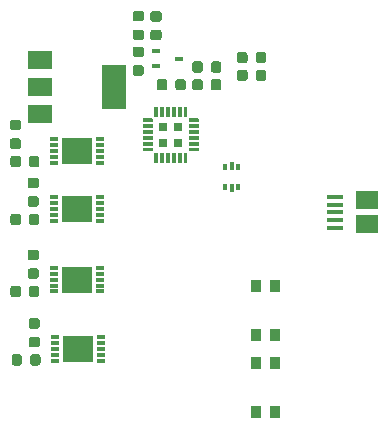
<source format=gbr>
G04 #@! TF.GenerationSoftware,KiCad,Pcbnew,5.0.1-5.0.1*
G04 #@! TF.CreationDate,2018-12-02T23:25:31-08:00*
G04 #@! TF.ProjectId,t962,743936322E6B696361645F7063620000,1.1*
G04 #@! TF.SameCoordinates,Original*
G04 #@! TF.FileFunction,Paste,Top*
G04 #@! TF.FilePolarity,Positive*
%FSLAX46Y46*%
G04 Gerber Fmt 4.6, Leading zero omitted, Abs format (unit mm)*
G04 Created by KiCad (PCBNEW 5.0.1-5.0.1) date Sun 02 Dec 2018 11:25:31 PM PST*
%MOMM*%
%LPD*%
G01*
G04 APERTURE LIST*
%ADD10R,2.000000X3.800000*%
%ADD11R,2.000000X1.500000*%
%ADD12R,0.900000X1.000000*%
%ADD13C,0.100000*%
%ADD14C,0.875000*%
%ADD15R,0.375000X0.500000*%
%ADD16R,0.300000X0.650000*%
%ADD17R,0.780000X0.780000*%
%ADD18C,0.300000*%
%ADD19R,0.300000X0.850000*%
%ADD20R,0.850000X0.300000*%
%ADD21R,1.900000X1.500000*%
%ADD22R,1.350000X0.400000*%
%ADD23R,0.700000X0.300000*%
%ADD24R,2.600000X2.300000*%
%ADD25R,0.700000X0.450000*%
G04 APERTURE END LIST*
D10*
G04 #@! TO.C,U2*
X145050000Y-43400000D03*
D11*
X138750000Y-43400000D03*
X138750000Y-45700000D03*
X138750000Y-41100000D03*
G04 #@! TD*
D12*
G04 #@! TO.C,SW2*
X158700000Y-60250000D03*
X157100000Y-60250000D03*
X158700000Y-64350000D03*
X157100000Y-64350000D03*
G04 #@! TD*
D13*
G04 #@! TO.C,R5*
G36*
X153932692Y-41226053D02*
X153953927Y-41229203D01*
X153974751Y-41234419D01*
X153994963Y-41241651D01*
X154014369Y-41250830D01*
X154032782Y-41261866D01*
X154050025Y-41274654D01*
X154065931Y-41289070D01*
X154080347Y-41304976D01*
X154093135Y-41322219D01*
X154104171Y-41340632D01*
X154113350Y-41360038D01*
X154120582Y-41380250D01*
X154125798Y-41401074D01*
X154128948Y-41422309D01*
X154130001Y-41443750D01*
X154130001Y-41956250D01*
X154128948Y-41977691D01*
X154125798Y-41998926D01*
X154120582Y-42019750D01*
X154113350Y-42039962D01*
X154104171Y-42059368D01*
X154093135Y-42077781D01*
X154080347Y-42095024D01*
X154065931Y-42110930D01*
X154050025Y-42125346D01*
X154032782Y-42138134D01*
X154014369Y-42149170D01*
X153994963Y-42158349D01*
X153974751Y-42165581D01*
X153953927Y-42170797D01*
X153932692Y-42173947D01*
X153911251Y-42175000D01*
X153473751Y-42175000D01*
X153452310Y-42173947D01*
X153431075Y-42170797D01*
X153410251Y-42165581D01*
X153390039Y-42158349D01*
X153370633Y-42149170D01*
X153352220Y-42138134D01*
X153334977Y-42125346D01*
X153319071Y-42110930D01*
X153304655Y-42095024D01*
X153291867Y-42077781D01*
X153280831Y-42059368D01*
X153271652Y-42039962D01*
X153264420Y-42019750D01*
X153259204Y-41998926D01*
X153256054Y-41977691D01*
X153255001Y-41956250D01*
X153255001Y-41443750D01*
X153256054Y-41422309D01*
X153259204Y-41401074D01*
X153264420Y-41380250D01*
X153271652Y-41360038D01*
X153280831Y-41340632D01*
X153291867Y-41322219D01*
X153304655Y-41304976D01*
X153319071Y-41289070D01*
X153334977Y-41274654D01*
X153352220Y-41261866D01*
X153370633Y-41250830D01*
X153390039Y-41241651D01*
X153410251Y-41234419D01*
X153431075Y-41229203D01*
X153452310Y-41226053D01*
X153473751Y-41225000D01*
X153911251Y-41225000D01*
X153932692Y-41226053D01*
X153932692Y-41226053D01*
G37*
D14*
X153692501Y-41700000D03*
D13*
G36*
X152357692Y-41226053D02*
X152378927Y-41229203D01*
X152399751Y-41234419D01*
X152419963Y-41241651D01*
X152439369Y-41250830D01*
X152457782Y-41261866D01*
X152475025Y-41274654D01*
X152490931Y-41289070D01*
X152505347Y-41304976D01*
X152518135Y-41322219D01*
X152529171Y-41340632D01*
X152538350Y-41360038D01*
X152545582Y-41380250D01*
X152550798Y-41401074D01*
X152553948Y-41422309D01*
X152555001Y-41443750D01*
X152555001Y-41956250D01*
X152553948Y-41977691D01*
X152550798Y-41998926D01*
X152545582Y-42019750D01*
X152538350Y-42039962D01*
X152529171Y-42059368D01*
X152518135Y-42077781D01*
X152505347Y-42095024D01*
X152490931Y-42110930D01*
X152475025Y-42125346D01*
X152457782Y-42138134D01*
X152439369Y-42149170D01*
X152419963Y-42158349D01*
X152399751Y-42165581D01*
X152378927Y-42170797D01*
X152357692Y-42173947D01*
X152336251Y-42175000D01*
X151898751Y-42175000D01*
X151877310Y-42173947D01*
X151856075Y-42170797D01*
X151835251Y-42165581D01*
X151815039Y-42158349D01*
X151795633Y-42149170D01*
X151777220Y-42138134D01*
X151759977Y-42125346D01*
X151744071Y-42110930D01*
X151729655Y-42095024D01*
X151716867Y-42077781D01*
X151705831Y-42059368D01*
X151696652Y-42039962D01*
X151689420Y-42019750D01*
X151684204Y-41998926D01*
X151681054Y-41977691D01*
X151680001Y-41956250D01*
X151680001Y-41443750D01*
X151681054Y-41422309D01*
X151684204Y-41401074D01*
X151689420Y-41380250D01*
X151696652Y-41360038D01*
X151705831Y-41340632D01*
X151716867Y-41322219D01*
X151729655Y-41304976D01*
X151744071Y-41289070D01*
X151759977Y-41274654D01*
X151777220Y-41261866D01*
X151795633Y-41250830D01*
X151815039Y-41241651D01*
X151835251Y-41234419D01*
X151856075Y-41229203D01*
X151877310Y-41226053D01*
X151898751Y-41225000D01*
X152336251Y-41225000D01*
X152357692Y-41226053D01*
X152357692Y-41226053D01*
G37*
D14*
X152117501Y-41700000D03*
G04 #@! TD*
D13*
G04 #@! TO.C,R4*
G36*
X153927691Y-42726053D02*
X153948926Y-42729203D01*
X153969750Y-42734419D01*
X153989962Y-42741651D01*
X154009368Y-42750830D01*
X154027781Y-42761866D01*
X154045024Y-42774654D01*
X154060930Y-42789070D01*
X154075346Y-42804976D01*
X154088134Y-42822219D01*
X154099170Y-42840632D01*
X154108349Y-42860038D01*
X154115581Y-42880250D01*
X154120797Y-42901074D01*
X154123947Y-42922309D01*
X154125000Y-42943750D01*
X154125000Y-43456250D01*
X154123947Y-43477691D01*
X154120797Y-43498926D01*
X154115581Y-43519750D01*
X154108349Y-43539962D01*
X154099170Y-43559368D01*
X154088134Y-43577781D01*
X154075346Y-43595024D01*
X154060930Y-43610930D01*
X154045024Y-43625346D01*
X154027781Y-43638134D01*
X154009368Y-43649170D01*
X153989962Y-43658349D01*
X153969750Y-43665581D01*
X153948926Y-43670797D01*
X153927691Y-43673947D01*
X153906250Y-43675000D01*
X153468750Y-43675000D01*
X153447309Y-43673947D01*
X153426074Y-43670797D01*
X153405250Y-43665581D01*
X153385038Y-43658349D01*
X153365632Y-43649170D01*
X153347219Y-43638134D01*
X153329976Y-43625346D01*
X153314070Y-43610930D01*
X153299654Y-43595024D01*
X153286866Y-43577781D01*
X153275830Y-43559368D01*
X153266651Y-43539962D01*
X153259419Y-43519750D01*
X153254203Y-43498926D01*
X153251053Y-43477691D01*
X153250000Y-43456250D01*
X153250000Y-42943750D01*
X153251053Y-42922309D01*
X153254203Y-42901074D01*
X153259419Y-42880250D01*
X153266651Y-42860038D01*
X153275830Y-42840632D01*
X153286866Y-42822219D01*
X153299654Y-42804976D01*
X153314070Y-42789070D01*
X153329976Y-42774654D01*
X153347219Y-42761866D01*
X153365632Y-42750830D01*
X153385038Y-42741651D01*
X153405250Y-42734419D01*
X153426074Y-42729203D01*
X153447309Y-42726053D01*
X153468750Y-42725000D01*
X153906250Y-42725000D01*
X153927691Y-42726053D01*
X153927691Y-42726053D01*
G37*
D14*
X153687500Y-43200000D03*
D13*
G36*
X152352691Y-42726053D02*
X152373926Y-42729203D01*
X152394750Y-42734419D01*
X152414962Y-42741651D01*
X152434368Y-42750830D01*
X152452781Y-42761866D01*
X152470024Y-42774654D01*
X152485930Y-42789070D01*
X152500346Y-42804976D01*
X152513134Y-42822219D01*
X152524170Y-42840632D01*
X152533349Y-42860038D01*
X152540581Y-42880250D01*
X152545797Y-42901074D01*
X152548947Y-42922309D01*
X152550000Y-42943750D01*
X152550000Y-43456250D01*
X152548947Y-43477691D01*
X152545797Y-43498926D01*
X152540581Y-43519750D01*
X152533349Y-43539962D01*
X152524170Y-43559368D01*
X152513134Y-43577781D01*
X152500346Y-43595024D01*
X152485930Y-43610930D01*
X152470024Y-43625346D01*
X152452781Y-43638134D01*
X152434368Y-43649170D01*
X152414962Y-43658349D01*
X152394750Y-43665581D01*
X152373926Y-43670797D01*
X152352691Y-43673947D01*
X152331250Y-43675000D01*
X151893750Y-43675000D01*
X151872309Y-43673947D01*
X151851074Y-43670797D01*
X151830250Y-43665581D01*
X151810038Y-43658349D01*
X151790632Y-43649170D01*
X151772219Y-43638134D01*
X151754976Y-43625346D01*
X151739070Y-43610930D01*
X151724654Y-43595024D01*
X151711866Y-43577781D01*
X151700830Y-43559368D01*
X151691651Y-43539962D01*
X151684419Y-43519750D01*
X151679203Y-43498926D01*
X151676053Y-43477691D01*
X151675000Y-43456250D01*
X151675000Y-42943750D01*
X151676053Y-42922309D01*
X151679203Y-42901074D01*
X151684419Y-42880250D01*
X151691651Y-42860038D01*
X151700830Y-42840632D01*
X151711866Y-42822219D01*
X151724654Y-42804976D01*
X151739070Y-42789070D01*
X151754976Y-42774654D01*
X151772219Y-42761866D01*
X151790632Y-42750830D01*
X151810038Y-42741651D01*
X151830250Y-42734419D01*
X151851074Y-42729203D01*
X151872309Y-42726053D01*
X151893750Y-42725000D01*
X152331250Y-42725000D01*
X152352691Y-42726053D01*
X152352691Y-42726053D01*
G37*
D14*
X152112500Y-43200000D03*
G04 #@! TD*
D15*
G04 #@! TO.C,D1*
X154462500Y-51875000D03*
X155537500Y-51875000D03*
D16*
X155000000Y-50100000D03*
X155000000Y-51950000D03*
D15*
X155537500Y-50175000D03*
X154462500Y-50175000D03*
G04 #@! TD*
D17*
G04 #@! TO.C,U5*
X150500000Y-48100000D03*
X150500000Y-46800000D03*
X149200000Y-48100000D03*
X149200000Y-46800000D03*
D13*
G36*
X151182351Y-48975361D02*
X151189632Y-48976441D01*
X151196771Y-48978229D01*
X151203701Y-48980709D01*
X151210355Y-48983856D01*
X151216668Y-48987640D01*
X151222579Y-48992024D01*
X151228033Y-48996967D01*
X151232976Y-49002421D01*
X151237360Y-49008332D01*
X151241144Y-49014645D01*
X151244291Y-49021299D01*
X151246771Y-49028229D01*
X151248559Y-49035368D01*
X151249639Y-49042649D01*
X151250000Y-49050000D01*
X151250000Y-49750000D01*
X151249639Y-49757351D01*
X151248559Y-49764632D01*
X151246771Y-49771771D01*
X151244291Y-49778701D01*
X151241144Y-49785355D01*
X151237360Y-49791668D01*
X151232976Y-49797579D01*
X151228033Y-49803033D01*
X151222579Y-49807976D01*
X151216668Y-49812360D01*
X151210355Y-49816144D01*
X151203701Y-49819291D01*
X151196771Y-49821771D01*
X151189632Y-49823559D01*
X151182351Y-49824639D01*
X151175000Y-49825000D01*
X151025000Y-49825000D01*
X151017649Y-49824639D01*
X151010368Y-49823559D01*
X151003229Y-49821771D01*
X150996299Y-49819291D01*
X150989645Y-49816144D01*
X150983332Y-49812360D01*
X150977421Y-49807976D01*
X150971967Y-49803033D01*
X150967024Y-49797579D01*
X150962640Y-49791668D01*
X150958856Y-49785355D01*
X150955709Y-49778701D01*
X150953229Y-49771771D01*
X150951441Y-49764632D01*
X150950361Y-49757351D01*
X150950000Y-49750000D01*
X150950000Y-49050000D01*
X150950361Y-49042649D01*
X150951441Y-49035368D01*
X150953229Y-49028229D01*
X150955709Y-49021299D01*
X150958856Y-49014645D01*
X150962640Y-49008332D01*
X150967024Y-49002421D01*
X150971967Y-48996967D01*
X150977421Y-48992024D01*
X150983332Y-48987640D01*
X150989645Y-48983856D01*
X150996299Y-48980709D01*
X151003229Y-48978229D01*
X151010368Y-48976441D01*
X151017649Y-48975361D01*
X151025000Y-48975000D01*
X151175000Y-48975000D01*
X151182351Y-48975361D01*
X151182351Y-48975361D01*
G37*
D18*
X151100000Y-49400000D03*
D19*
X150600000Y-49400000D03*
X150100000Y-49400000D03*
X149600000Y-49400000D03*
X149100000Y-49400000D03*
D13*
G36*
X148682351Y-48975361D02*
X148689632Y-48976441D01*
X148696771Y-48978229D01*
X148703701Y-48980709D01*
X148710355Y-48983856D01*
X148716668Y-48987640D01*
X148722579Y-48992024D01*
X148728033Y-48996967D01*
X148732976Y-49002421D01*
X148737360Y-49008332D01*
X148741144Y-49014645D01*
X148744291Y-49021299D01*
X148746771Y-49028229D01*
X148748559Y-49035368D01*
X148749639Y-49042649D01*
X148750000Y-49050000D01*
X148750000Y-49750000D01*
X148749639Y-49757351D01*
X148748559Y-49764632D01*
X148746771Y-49771771D01*
X148744291Y-49778701D01*
X148741144Y-49785355D01*
X148737360Y-49791668D01*
X148732976Y-49797579D01*
X148728033Y-49803033D01*
X148722579Y-49807976D01*
X148716668Y-49812360D01*
X148710355Y-49816144D01*
X148703701Y-49819291D01*
X148696771Y-49821771D01*
X148689632Y-49823559D01*
X148682351Y-49824639D01*
X148675000Y-49825000D01*
X148525000Y-49825000D01*
X148517649Y-49824639D01*
X148510368Y-49823559D01*
X148503229Y-49821771D01*
X148496299Y-49819291D01*
X148489645Y-49816144D01*
X148483332Y-49812360D01*
X148477421Y-49807976D01*
X148471967Y-49803033D01*
X148467024Y-49797579D01*
X148462640Y-49791668D01*
X148458856Y-49785355D01*
X148455709Y-49778701D01*
X148453229Y-49771771D01*
X148451441Y-49764632D01*
X148450361Y-49757351D01*
X148450000Y-49750000D01*
X148450000Y-49050000D01*
X148450361Y-49042649D01*
X148451441Y-49035368D01*
X148453229Y-49028229D01*
X148455709Y-49021299D01*
X148458856Y-49014645D01*
X148462640Y-49008332D01*
X148467024Y-49002421D01*
X148471967Y-48996967D01*
X148477421Y-48992024D01*
X148483332Y-48987640D01*
X148489645Y-48983856D01*
X148496299Y-48980709D01*
X148503229Y-48978229D01*
X148510368Y-48976441D01*
X148517649Y-48975361D01*
X148525000Y-48975000D01*
X148675000Y-48975000D01*
X148682351Y-48975361D01*
X148682351Y-48975361D01*
G37*
D18*
X148600000Y-49400000D03*
D13*
G36*
X148257351Y-48550361D02*
X148264632Y-48551441D01*
X148271771Y-48553229D01*
X148278701Y-48555709D01*
X148285355Y-48558856D01*
X148291668Y-48562640D01*
X148297579Y-48567024D01*
X148303033Y-48571967D01*
X148307976Y-48577421D01*
X148312360Y-48583332D01*
X148316144Y-48589645D01*
X148319291Y-48596299D01*
X148321771Y-48603229D01*
X148323559Y-48610368D01*
X148324639Y-48617649D01*
X148325000Y-48625000D01*
X148325000Y-48775000D01*
X148324639Y-48782351D01*
X148323559Y-48789632D01*
X148321771Y-48796771D01*
X148319291Y-48803701D01*
X148316144Y-48810355D01*
X148312360Y-48816668D01*
X148307976Y-48822579D01*
X148303033Y-48828033D01*
X148297579Y-48832976D01*
X148291668Y-48837360D01*
X148285355Y-48841144D01*
X148278701Y-48844291D01*
X148271771Y-48846771D01*
X148264632Y-48848559D01*
X148257351Y-48849639D01*
X148250000Y-48850000D01*
X147550000Y-48850000D01*
X147542649Y-48849639D01*
X147535368Y-48848559D01*
X147528229Y-48846771D01*
X147521299Y-48844291D01*
X147514645Y-48841144D01*
X147508332Y-48837360D01*
X147502421Y-48832976D01*
X147496967Y-48828033D01*
X147492024Y-48822579D01*
X147487640Y-48816668D01*
X147483856Y-48810355D01*
X147480709Y-48803701D01*
X147478229Y-48796771D01*
X147476441Y-48789632D01*
X147475361Y-48782351D01*
X147475000Y-48775000D01*
X147475000Y-48625000D01*
X147475361Y-48617649D01*
X147476441Y-48610368D01*
X147478229Y-48603229D01*
X147480709Y-48596299D01*
X147483856Y-48589645D01*
X147487640Y-48583332D01*
X147492024Y-48577421D01*
X147496967Y-48571967D01*
X147502421Y-48567024D01*
X147508332Y-48562640D01*
X147514645Y-48558856D01*
X147521299Y-48555709D01*
X147528229Y-48553229D01*
X147535368Y-48551441D01*
X147542649Y-48550361D01*
X147550000Y-48550000D01*
X148250000Y-48550000D01*
X148257351Y-48550361D01*
X148257351Y-48550361D01*
G37*
D18*
X147900000Y-48700000D03*
D20*
X147900000Y-48200000D03*
X147900000Y-47700000D03*
X147900000Y-47200000D03*
X147900000Y-46700000D03*
D13*
G36*
X148257351Y-46050361D02*
X148264632Y-46051441D01*
X148271771Y-46053229D01*
X148278701Y-46055709D01*
X148285355Y-46058856D01*
X148291668Y-46062640D01*
X148297579Y-46067024D01*
X148303033Y-46071967D01*
X148307976Y-46077421D01*
X148312360Y-46083332D01*
X148316144Y-46089645D01*
X148319291Y-46096299D01*
X148321771Y-46103229D01*
X148323559Y-46110368D01*
X148324639Y-46117649D01*
X148325000Y-46125000D01*
X148325000Y-46275000D01*
X148324639Y-46282351D01*
X148323559Y-46289632D01*
X148321771Y-46296771D01*
X148319291Y-46303701D01*
X148316144Y-46310355D01*
X148312360Y-46316668D01*
X148307976Y-46322579D01*
X148303033Y-46328033D01*
X148297579Y-46332976D01*
X148291668Y-46337360D01*
X148285355Y-46341144D01*
X148278701Y-46344291D01*
X148271771Y-46346771D01*
X148264632Y-46348559D01*
X148257351Y-46349639D01*
X148250000Y-46350000D01*
X147550000Y-46350000D01*
X147542649Y-46349639D01*
X147535368Y-46348559D01*
X147528229Y-46346771D01*
X147521299Y-46344291D01*
X147514645Y-46341144D01*
X147508332Y-46337360D01*
X147502421Y-46332976D01*
X147496967Y-46328033D01*
X147492024Y-46322579D01*
X147487640Y-46316668D01*
X147483856Y-46310355D01*
X147480709Y-46303701D01*
X147478229Y-46296771D01*
X147476441Y-46289632D01*
X147475361Y-46282351D01*
X147475000Y-46275000D01*
X147475000Y-46125000D01*
X147475361Y-46117649D01*
X147476441Y-46110368D01*
X147478229Y-46103229D01*
X147480709Y-46096299D01*
X147483856Y-46089645D01*
X147487640Y-46083332D01*
X147492024Y-46077421D01*
X147496967Y-46071967D01*
X147502421Y-46067024D01*
X147508332Y-46062640D01*
X147514645Y-46058856D01*
X147521299Y-46055709D01*
X147528229Y-46053229D01*
X147535368Y-46051441D01*
X147542649Y-46050361D01*
X147550000Y-46050000D01*
X148250000Y-46050000D01*
X148257351Y-46050361D01*
X148257351Y-46050361D01*
G37*
D18*
X147900000Y-46200000D03*
D13*
G36*
X148682351Y-45075361D02*
X148689632Y-45076441D01*
X148696771Y-45078229D01*
X148703701Y-45080709D01*
X148710355Y-45083856D01*
X148716668Y-45087640D01*
X148722579Y-45092024D01*
X148728033Y-45096967D01*
X148732976Y-45102421D01*
X148737360Y-45108332D01*
X148741144Y-45114645D01*
X148744291Y-45121299D01*
X148746771Y-45128229D01*
X148748559Y-45135368D01*
X148749639Y-45142649D01*
X148750000Y-45150000D01*
X148750000Y-45850000D01*
X148749639Y-45857351D01*
X148748559Y-45864632D01*
X148746771Y-45871771D01*
X148744291Y-45878701D01*
X148741144Y-45885355D01*
X148737360Y-45891668D01*
X148732976Y-45897579D01*
X148728033Y-45903033D01*
X148722579Y-45907976D01*
X148716668Y-45912360D01*
X148710355Y-45916144D01*
X148703701Y-45919291D01*
X148696771Y-45921771D01*
X148689632Y-45923559D01*
X148682351Y-45924639D01*
X148675000Y-45925000D01*
X148525000Y-45925000D01*
X148517649Y-45924639D01*
X148510368Y-45923559D01*
X148503229Y-45921771D01*
X148496299Y-45919291D01*
X148489645Y-45916144D01*
X148483332Y-45912360D01*
X148477421Y-45907976D01*
X148471967Y-45903033D01*
X148467024Y-45897579D01*
X148462640Y-45891668D01*
X148458856Y-45885355D01*
X148455709Y-45878701D01*
X148453229Y-45871771D01*
X148451441Y-45864632D01*
X148450361Y-45857351D01*
X148450000Y-45850000D01*
X148450000Y-45150000D01*
X148450361Y-45142649D01*
X148451441Y-45135368D01*
X148453229Y-45128229D01*
X148455709Y-45121299D01*
X148458856Y-45114645D01*
X148462640Y-45108332D01*
X148467024Y-45102421D01*
X148471967Y-45096967D01*
X148477421Y-45092024D01*
X148483332Y-45087640D01*
X148489645Y-45083856D01*
X148496299Y-45080709D01*
X148503229Y-45078229D01*
X148510368Y-45076441D01*
X148517649Y-45075361D01*
X148525000Y-45075000D01*
X148675000Y-45075000D01*
X148682351Y-45075361D01*
X148682351Y-45075361D01*
G37*
D18*
X148600000Y-45500000D03*
D19*
X149100000Y-45500000D03*
X149600000Y-45500000D03*
X150100000Y-45500000D03*
X150600000Y-45500000D03*
D13*
G36*
X151182351Y-45075361D02*
X151189632Y-45076441D01*
X151196771Y-45078229D01*
X151203701Y-45080709D01*
X151210355Y-45083856D01*
X151216668Y-45087640D01*
X151222579Y-45092024D01*
X151228033Y-45096967D01*
X151232976Y-45102421D01*
X151237360Y-45108332D01*
X151241144Y-45114645D01*
X151244291Y-45121299D01*
X151246771Y-45128229D01*
X151248559Y-45135368D01*
X151249639Y-45142649D01*
X151250000Y-45150000D01*
X151250000Y-45850000D01*
X151249639Y-45857351D01*
X151248559Y-45864632D01*
X151246771Y-45871771D01*
X151244291Y-45878701D01*
X151241144Y-45885355D01*
X151237360Y-45891668D01*
X151232976Y-45897579D01*
X151228033Y-45903033D01*
X151222579Y-45907976D01*
X151216668Y-45912360D01*
X151210355Y-45916144D01*
X151203701Y-45919291D01*
X151196771Y-45921771D01*
X151189632Y-45923559D01*
X151182351Y-45924639D01*
X151175000Y-45925000D01*
X151025000Y-45925000D01*
X151017649Y-45924639D01*
X151010368Y-45923559D01*
X151003229Y-45921771D01*
X150996299Y-45919291D01*
X150989645Y-45916144D01*
X150983332Y-45912360D01*
X150977421Y-45907976D01*
X150971967Y-45903033D01*
X150967024Y-45897579D01*
X150962640Y-45891668D01*
X150958856Y-45885355D01*
X150955709Y-45878701D01*
X150953229Y-45871771D01*
X150951441Y-45864632D01*
X150950361Y-45857351D01*
X150950000Y-45850000D01*
X150950000Y-45150000D01*
X150950361Y-45142649D01*
X150951441Y-45135368D01*
X150953229Y-45128229D01*
X150955709Y-45121299D01*
X150958856Y-45114645D01*
X150962640Y-45108332D01*
X150967024Y-45102421D01*
X150971967Y-45096967D01*
X150977421Y-45092024D01*
X150983332Y-45087640D01*
X150989645Y-45083856D01*
X150996299Y-45080709D01*
X151003229Y-45078229D01*
X151010368Y-45076441D01*
X151017649Y-45075361D01*
X151025000Y-45075000D01*
X151175000Y-45075000D01*
X151182351Y-45075361D01*
X151182351Y-45075361D01*
G37*
D18*
X151100000Y-45500000D03*
D13*
G36*
X152157351Y-46050361D02*
X152164632Y-46051441D01*
X152171771Y-46053229D01*
X152178701Y-46055709D01*
X152185355Y-46058856D01*
X152191668Y-46062640D01*
X152197579Y-46067024D01*
X152203033Y-46071967D01*
X152207976Y-46077421D01*
X152212360Y-46083332D01*
X152216144Y-46089645D01*
X152219291Y-46096299D01*
X152221771Y-46103229D01*
X152223559Y-46110368D01*
X152224639Y-46117649D01*
X152225000Y-46125000D01*
X152225000Y-46275000D01*
X152224639Y-46282351D01*
X152223559Y-46289632D01*
X152221771Y-46296771D01*
X152219291Y-46303701D01*
X152216144Y-46310355D01*
X152212360Y-46316668D01*
X152207976Y-46322579D01*
X152203033Y-46328033D01*
X152197579Y-46332976D01*
X152191668Y-46337360D01*
X152185355Y-46341144D01*
X152178701Y-46344291D01*
X152171771Y-46346771D01*
X152164632Y-46348559D01*
X152157351Y-46349639D01*
X152150000Y-46350000D01*
X151450000Y-46350000D01*
X151442649Y-46349639D01*
X151435368Y-46348559D01*
X151428229Y-46346771D01*
X151421299Y-46344291D01*
X151414645Y-46341144D01*
X151408332Y-46337360D01*
X151402421Y-46332976D01*
X151396967Y-46328033D01*
X151392024Y-46322579D01*
X151387640Y-46316668D01*
X151383856Y-46310355D01*
X151380709Y-46303701D01*
X151378229Y-46296771D01*
X151376441Y-46289632D01*
X151375361Y-46282351D01*
X151375000Y-46275000D01*
X151375000Y-46125000D01*
X151375361Y-46117649D01*
X151376441Y-46110368D01*
X151378229Y-46103229D01*
X151380709Y-46096299D01*
X151383856Y-46089645D01*
X151387640Y-46083332D01*
X151392024Y-46077421D01*
X151396967Y-46071967D01*
X151402421Y-46067024D01*
X151408332Y-46062640D01*
X151414645Y-46058856D01*
X151421299Y-46055709D01*
X151428229Y-46053229D01*
X151435368Y-46051441D01*
X151442649Y-46050361D01*
X151450000Y-46050000D01*
X152150000Y-46050000D01*
X152157351Y-46050361D01*
X152157351Y-46050361D01*
G37*
D18*
X151800000Y-46200000D03*
D20*
X151800000Y-46700000D03*
X151800000Y-47200000D03*
X151800000Y-47700000D03*
X151800000Y-48200000D03*
D13*
G36*
X152157351Y-48550361D02*
X152164632Y-48551441D01*
X152171771Y-48553229D01*
X152178701Y-48555709D01*
X152185355Y-48558856D01*
X152191668Y-48562640D01*
X152197579Y-48567024D01*
X152203033Y-48571967D01*
X152207976Y-48577421D01*
X152212360Y-48583332D01*
X152216144Y-48589645D01*
X152219291Y-48596299D01*
X152221771Y-48603229D01*
X152223559Y-48610368D01*
X152224639Y-48617649D01*
X152225000Y-48625000D01*
X152225000Y-48775000D01*
X152224639Y-48782351D01*
X152223559Y-48789632D01*
X152221771Y-48796771D01*
X152219291Y-48803701D01*
X152216144Y-48810355D01*
X152212360Y-48816668D01*
X152207976Y-48822579D01*
X152203033Y-48828033D01*
X152197579Y-48832976D01*
X152191668Y-48837360D01*
X152185355Y-48841144D01*
X152178701Y-48844291D01*
X152171771Y-48846771D01*
X152164632Y-48848559D01*
X152157351Y-48849639D01*
X152150000Y-48850000D01*
X151450000Y-48850000D01*
X151442649Y-48849639D01*
X151435368Y-48848559D01*
X151428229Y-48846771D01*
X151421299Y-48844291D01*
X151414645Y-48841144D01*
X151408332Y-48837360D01*
X151402421Y-48832976D01*
X151396967Y-48828033D01*
X151392024Y-48822579D01*
X151387640Y-48816668D01*
X151383856Y-48810355D01*
X151380709Y-48803701D01*
X151378229Y-48796771D01*
X151376441Y-48789632D01*
X151375361Y-48782351D01*
X151375000Y-48775000D01*
X151375000Y-48625000D01*
X151375361Y-48617649D01*
X151376441Y-48610368D01*
X151378229Y-48603229D01*
X151380709Y-48596299D01*
X151383856Y-48589645D01*
X151387640Y-48583332D01*
X151392024Y-48577421D01*
X151396967Y-48571967D01*
X151402421Y-48567024D01*
X151408332Y-48562640D01*
X151414645Y-48558856D01*
X151421299Y-48555709D01*
X151428229Y-48553229D01*
X151435368Y-48551441D01*
X151442649Y-48550361D01*
X151450000Y-48550000D01*
X152150000Y-48550000D01*
X152157351Y-48550361D01*
X152157351Y-48550361D01*
G37*
D18*
X151800000Y-48700000D03*
G04 #@! TD*
D21*
G04 #@! TO.C,J8*
X166437500Y-53000000D03*
D22*
X163737500Y-54650000D03*
X163737500Y-55300000D03*
X163737500Y-52700000D03*
X163737500Y-53350000D03*
X163737500Y-54000000D03*
D21*
X166437500Y-55000000D03*
G04 #@! TD*
D13*
G04 #@! TO.C,R1*
G36*
X147377691Y-41551053D02*
X147398926Y-41554203D01*
X147419750Y-41559419D01*
X147439962Y-41566651D01*
X147459368Y-41575830D01*
X147477781Y-41586866D01*
X147495024Y-41599654D01*
X147510930Y-41614070D01*
X147525346Y-41629976D01*
X147538134Y-41647219D01*
X147549170Y-41665632D01*
X147558349Y-41685038D01*
X147565581Y-41705250D01*
X147570797Y-41726074D01*
X147573947Y-41747309D01*
X147575000Y-41768750D01*
X147575000Y-42206250D01*
X147573947Y-42227691D01*
X147570797Y-42248926D01*
X147565581Y-42269750D01*
X147558349Y-42289962D01*
X147549170Y-42309368D01*
X147538134Y-42327781D01*
X147525346Y-42345024D01*
X147510930Y-42360930D01*
X147495024Y-42375346D01*
X147477781Y-42388134D01*
X147459368Y-42399170D01*
X147439962Y-42408349D01*
X147419750Y-42415581D01*
X147398926Y-42420797D01*
X147377691Y-42423947D01*
X147356250Y-42425000D01*
X146843750Y-42425000D01*
X146822309Y-42423947D01*
X146801074Y-42420797D01*
X146780250Y-42415581D01*
X146760038Y-42408349D01*
X146740632Y-42399170D01*
X146722219Y-42388134D01*
X146704976Y-42375346D01*
X146689070Y-42360930D01*
X146674654Y-42345024D01*
X146661866Y-42327781D01*
X146650830Y-42309368D01*
X146641651Y-42289962D01*
X146634419Y-42269750D01*
X146629203Y-42248926D01*
X146626053Y-42227691D01*
X146625000Y-42206250D01*
X146625000Y-41768750D01*
X146626053Y-41747309D01*
X146629203Y-41726074D01*
X146634419Y-41705250D01*
X146641651Y-41685038D01*
X146650830Y-41665632D01*
X146661866Y-41647219D01*
X146674654Y-41629976D01*
X146689070Y-41614070D01*
X146704976Y-41599654D01*
X146722219Y-41586866D01*
X146740632Y-41575830D01*
X146760038Y-41566651D01*
X146780250Y-41559419D01*
X146801074Y-41554203D01*
X146822309Y-41551053D01*
X146843750Y-41550000D01*
X147356250Y-41550000D01*
X147377691Y-41551053D01*
X147377691Y-41551053D01*
G37*
D14*
X147100000Y-41987500D03*
D13*
G36*
X147377691Y-39976053D02*
X147398926Y-39979203D01*
X147419750Y-39984419D01*
X147439962Y-39991651D01*
X147459368Y-40000830D01*
X147477781Y-40011866D01*
X147495024Y-40024654D01*
X147510930Y-40039070D01*
X147525346Y-40054976D01*
X147538134Y-40072219D01*
X147549170Y-40090632D01*
X147558349Y-40110038D01*
X147565581Y-40130250D01*
X147570797Y-40151074D01*
X147573947Y-40172309D01*
X147575000Y-40193750D01*
X147575000Y-40631250D01*
X147573947Y-40652691D01*
X147570797Y-40673926D01*
X147565581Y-40694750D01*
X147558349Y-40714962D01*
X147549170Y-40734368D01*
X147538134Y-40752781D01*
X147525346Y-40770024D01*
X147510930Y-40785930D01*
X147495024Y-40800346D01*
X147477781Y-40813134D01*
X147459368Y-40824170D01*
X147439962Y-40833349D01*
X147419750Y-40840581D01*
X147398926Y-40845797D01*
X147377691Y-40848947D01*
X147356250Y-40850000D01*
X146843750Y-40850000D01*
X146822309Y-40848947D01*
X146801074Y-40845797D01*
X146780250Y-40840581D01*
X146760038Y-40833349D01*
X146740632Y-40824170D01*
X146722219Y-40813134D01*
X146704976Y-40800346D01*
X146689070Y-40785930D01*
X146674654Y-40770024D01*
X146661866Y-40752781D01*
X146650830Y-40734368D01*
X146641651Y-40714962D01*
X146634419Y-40694750D01*
X146629203Y-40673926D01*
X146626053Y-40652691D01*
X146625000Y-40631250D01*
X146625000Y-40193750D01*
X146626053Y-40172309D01*
X146629203Y-40151074D01*
X146634419Y-40130250D01*
X146641651Y-40110038D01*
X146650830Y-40090632D01*
X146661866Y-40072219D01*
X146674654Y-40054976D01*
X146689070Y-40039070D01*
X146704976Y-40024654D01*
X146722219Y-40011866D01*
X146740632Y-40000830D01*
X146760038Y-39991651D01*
X146780250Y-39984419D01*
X146801074Y-39979203D01*
X146822309Y-39976053D01*
X146843750Y-39975000D01*
X147356250Y-39975000D01*
X147377691Y-39976053D01*
X147377691Y-39976053D01*
G37*
D14*
X147100000Y-40412500D03*
G04 #@! TD*
D13*
G04 #@! TO.C,R3*
G36*
X150927691Y-42726053D02*
X150948926Y-42729203D01*
X150969750Y-42734419D01*
X150989962Y-42741651D01*
X151009368Y-42750830D01*
X151027781Y-42761866D01*
X151045024Y-42774654D01*
X151060930Y-42789070D01*
X151075346Y-42804976D01*
X151088134Y-42822219D01*
X151099170Y-42840632D01*
X151108349Y-42860038D01*
X151115581Y-42880250D01*
X151120797Y-42901074D01*
X151123947Y-42922309D01*
X151125000Y-42943750D01*
X151125000Y-43456250D01*
X151123947Y-43477691D01*
X151120797Y-43498926D01*
X151115581Y-43519750D01*
X151108349Y-43539962D01*
X151099170Y-43559368D01*
X151088134Y-43577781D01*
X151075346Y-43595024D01*
X151060930Y-43610930D01*
X151045024Y-43625346D01*
X151027781Y-43638134D01*
X151009368Y-43649170D01*
X150989962Y-43658349D01*
X150969750Y-43665581D01*
X150948926Y-43670797D01*
X150927691Y-43673947D01*
X150906250Y-43675000D01*
X150468750Y-43675000D01*
X150447309Y-43673947D01*
X150426074Y-43670797D01*
X150405250Y-43665581D01*
X150385038Y-43658349D01*
X150365632Y-43649170D01*
X150347219Y-43638134D01*
X150329976Y-43625346D01*
X150314070Y-43610930D01*
X150299654Y-43595024D01*
X150286866Y-43577781D01*
X150275830Y-43559368D01*
X150266651Y-43539962D01*
X150259419Y-43519750D01*
X150254203Y-43498926D01*
X150251053Y-43477691D01*
X150250000Y-43456250D01*
X150250000Y-42943750D01*
X150251053Y-42922309D01*
X150254203Y-42901074D01*
X150259419Y-42880250D01*
X150266651Y-42860038D01*
X150275830Y-42840632D01*
X150286866Y-42822219D01*
X150299654Y-42804976D01*
X150314070Y-42789070D01*
X150329976Y-42774654D01*
X150347219Y-42761866D01*
X150365632Y-42750830D01*
X150385038Y-42741651D01*
X150405250Y-42734419D01*
X150426074Y-42729203D01*
X150447309Y-42726053D01*
X150468750Y-42725000D01*
X150906250Y-42725000D01*
X150927691Y-42726053D01*
X150927691Y-42726053D01*
G37*
D14*
X150687500Y-43200000D03*
D13*
G36*
X149352691Y-42726053D02*
X149373926Y-42729203D01*
X149394750Y-42734419D01*
X149414962Y-42741651D01*
X149434368Y-42750830D01*
X149452781Y-42761866D01*
X149470024Y-42774654D01*
X149485930Y-42789070D01*
X149500346Y-42804976D01*
X149513134Y-42822219D01*
X149524170Y-42840632D01*
X149533349Y-42860038D01*
X149540581Y-42880250D01*
X149545797Y-42901074D01*
X149548947Y-42922309D01*
X149550000Y-42943750D01*
X149550000Y-43456250D01*
X149548947Y-43477691D01*
X149545797Y-43498926D01*
X149540581Y-43519750D01*
X149533349Y-43539962D01*
X149524170Y-43559368D01*
X149513134Y-43577781D01*
X149500346Y-43595024D01*
X149485930Y-43610930D01*
X149470024Y-43625346D01*
X149452781Y-43638134D01*
X149434368Y-43649170D01*
X149414962Y-43658349D01*
X149394750Y-43665581D01*
X149373926Y-43670797D01*
X149352691Y-43673947D01*
X149331250Y-43675000D01*
X148893750Y-43675000D01*
X148872309Y-43673947D01*
X148851074Y-43670797D01*
X148830250Y-43665581D01*
X148810038Y-43658349D01*
X148790632Y-43649170D01*
X148772219Y-43638134D01*
X148754976Y-43625346D01*
X148739070Y-43610930D01*
X148724654Y-43595024D01*
X148711866Y-43577781D01*
X148700830Y-43559368D01*
X148691651Y-43539962D01*
X148684419Y-43519750D01*
X148679203Y-43498926D01*
X148676053Y-43477691D01*
X148675000Y-43456250D01*
X148675000Y-42943750D01*
X148676053Y-42922309D01*
X148679203Y-42901074D01*
X148684419Y-42880250D01*
X148691651Y-42860038D01*
X148700830Y-42840632D01*
X148711866Y-42822219D01*
X148724654Y-42804976D01*
X148739070Y-42789070D01*
X148754976Y-42774654D01*
X148772219Y-42761866D01*
X148790632Y-42750830D01*
X148810038Y-42741651D01*
X148830250Y-42734419D01*
X148851074Y-42729203D01*
X148872309Y-42726053D01*
X148893750Y-42725000D01*
X149331250Y-42725000D01*
X149352691Y-42726053D01*
X149352691Y-42726053D01*
G37*
D14*
X149112500Y-43200000D03*
G04 #@! TD*
D12*
G04 #@! TO.C,SW1*
X157100000Y-70900000D03*
X158700000Y-70900000D03*
X157100000Y-66800000D03*
X158700000Y-66800000D03*
G04 #@! TD*
D23*
G04 #@! TO.C,U6*
X143920000Y-64600000D03*
X140080000Y-64600000D03*
X143920000Y-65100000D03*
X140080000Y-65100000D03*
X143920000Y-65600000D03*
X140080000Y-65600000D03*
X143920000Y-66100000D03*
X140080000Y-66100000D03*
X143920000Y-66600000D03*
X140080000Y-66600000D03*
D24*
X142000000Y-65600000D03*
G04 #@! TD*
D13*
G04 #@! TO.C,C10*
G36*
X156152691Y-40426053D02*
X156173926Y-40429203D01*
X156194750Y-40434419D01*
X156214962Y-40441651D01*
X156234368Y-40450830D01*
X156252781Y-40461866D01*
X156270024Y-40474654D01*
X156285930Y-40489070D01*
X156300346Y-40504976D01*
X156313134Y-40522219D01*
X156324170Y-40540632D01*
X156333349Y-40560038D01*
X156340581Y-40580250D01*
X156345797Y-40601074D01*
X156348947Y-40622309D01*
X156350000Y-40643750D01*
X156350000Y-41156250D01*
X156348947Y-41177691D01*
X156345797Y-41198926D01*
X156340581Y-41219750D01*
X156333349Y-41239962D01*
X156324170Y-41259368D01*
X156313134Y-41277781D01*
X156300346Y-41295024D01*
X156285930Y-41310930D01*
X156270024Y-41325346D01*
X156252781Y-41338134D01*
X156234368Y-41349170D01*
X156214962Y-41358349D01*
X156194750Y-41365581D01*
X156173926Y-41370797D01*
X156152691Y-41373947D01*
X156131250Y-41375000D01*
X155693750Y-41375000D01*
X155672309Y-41373947D01*
X155651074Y-41370797D01*
X155630250Y-41365581D01*
X155610038Y-41358349D01*
X155590632Y-41349170D01*
X155572219Y-41338134D01*
X155554976Y-41325346D01*
X155539070Y-41310930D01*
X155524654Y-41295024D01*
X155511866Y-41277781D01*
X155500830Y-41259368D01*
X155491651Y-41239962D01*
X155484419Y-41219750D01*
X155479203Y-41198926D01*
X155476053Y-41177691D01*
X155475000Y-41156250D01*
X155475000Y-40643750D01*
X155476053Y-40622309D01*
X155479203Y-40601074D01*
X155484419Y-40580250D01*
X155491651Y-40560038D01*
X155500830Y-40540632D01*
X155511866Y-40522219D01*
X155524654Y-40504976D01*
X155539070Y-40489070D01*
X155554976Y-40474654D01*
X155572219Y-40461866D01*
X155590632Y-40450830D01*
X155610038Y-40441651D01*
X155630250Y-40434419D01*
X155651074Y-40429203D01*
X155672309Y-40426053D01*
X155693750Y-40425000D01*
X156131250Y-40425000D01*
X156152691Y-40426053D01*
X156152691Y-40426053D01*
G37*
D14*
X155912500Y-40900000D03*
D13*
G36*
X157727691Y-40426053D02*
X157748926Y-40429203D01*
X157769750Y-40434419D01*
X157789962Y-40441651D01*
X157809368Y-40450830D01*
X157827781Y-40461866D01*
X157845024Y-40474654D01*
X157860930Y-40489070D01*
X157875346Y-40504976D01*
X157888134Y-40522219D01*
X157899170Y-40540632D01*
X157908349Y-40560038D01*
X157915581Y-40580250D01*
X157920797Y-40601074D01*
X157923947Y-40622309D01*
X157925000Y-40643750D01*
X157925000Y-41156250D01*
X157923947Y-41177691D01*
X157920797Y-41198926D01*
X157915581Y-41219750D01*
X157908349Y-41239962D01*
X157899170Y-41259368D01*
X157888134Y-41277781D01*
X157875346Y-41295024D01*
X157860930Y-41310930D01*
X157845024Y-41325346D01*
X157827781Y-41338134D01*
X157809368Y-41349170D01*
X157789962Y-41358349D01*
X157769750Y-41365581D01*
X157748926Y-41370797D01*
X157727691Y-41373947D01*
X157706250Y-41375000D01*
X157268750Y-41375000D01*
X157247309Y-41373947D01*
X157226074Y-41370797D01*
X157205250Y-41365581D01*
X157185038Y-41358349D01*
X157165632Y-41349170D01*
X157147219Y-41338134D01*
X157129976Y-41325346D01*
X157114070Y-41310930D01*
X157099654Y-41295024D01*
X157086866Y-41277781D01*
X157075830Y-41259368D01*
X157066651Y-41239962D01*
X157059419Y-41219750D01*
X157054203Y-41198926D01*
X157051053Y-41177691D01*
X157050000Y-41156250D01*
X157050000Y-40643750D01*
X157051053Y-40622309D01*
X157054203Y-40601074D01*
X157059419Y-40580250D01*
X157066651Y-40560038D01*
X157075830Y-40540632D01*
X157086866Y-40522219D01*
X157099654Y-40504976D01*
X157114070Y-40489070D01*
X157129976Y-40474654D01*
X157147219Y-40461866D01*
X157165632Y-40450830D01*
X157185038Y-40441651D01*
X157205250Y-40434419D01*
X157226074Y-40429203D01*
X157247309Y-40426053D01*
X157268750Y-40425000D01*
X157706250Y-40425000D01*
X157727691Y-40426053D01*
X157727691Y-40426053D01*
G37*
D14*
X157487500Y-40900000D03*
G04 #@! TD*
D13*
G04 #@! TO.C,C11*
G36*
X138477691Y-57176053D02*
X138498926Y-57179203D01*
X138519750Y-57184419D01*
X138539962Y-57191651D01*
X138559368Y-57200830D01*
X138577781Y-57211866D01*
X138595024Y-57224654D01*
X138610930Y-57239070D01*
X138625346Y-57254976D01*
X138638134Y-57272219D01*
X138649170Y-57290632D01*
X138658349Y-57310038D01*
X138665581Y-57330250D01*
X138670797Y-57351074D01*
X138673947Y-57372309D01*
X138675000Y-57393750D01*
X138675000Y-57831250D01*
X138673947Y-57852691D01*
X138670797Y-57873926D01*
X138665581Y-57894750D01*
X138658349Y-57914962D01*
X138649170Y-57934368D01*
X138638134Y-57952781D01*
X138625346Y-57970024D01*
X138610930Y-57985930D01*
X138595024Y-58000346D01*
X138577781Y-58013134D01*
X138559368Y-58024170D01*
X138539962Y-58033349D01*
X138519750Y-58040581D01*
X138498926Y-58045797D01*
X138477691Y-58048947D01*
X138456250Y-58050000D01*
X137943750Y-58050000D01*
X137922309Y-58048947D01*
X137901074Y-58045797D01*
X137880250Y-58040581D01*
X137860038Y-58033349D01*
X137840632Y-58024170D01*
X137822219Y-58013134D01*
X137804976Y-58000346D01*
X137789070Y-57985930D01*
X137774654Y-57970024D01*
X137761866Y-57952781D01*
X137750830Y-57934368D01*
X137741651Y-57914962D01*
X137734419Y-57894750D01*
X137729203Y-57873926D01*
X137726053Y-57852691D01*
X137725000Y-57831250D01*
X137725000Y-57393750D01*
X137726053Y-57372309D01*
X137729203Y-57351074D01*
X137734419Y-57330250D01*
X137741651Y-57310038D01*
X137750830Y-57290632D01*
X137761866Y-57272219D01*
X137774654Y-57254976D01*
X137789070Y-57239070D01*
X137804976Y-57224654D01*
X137822219Y-57211866D01*
X137840632Y-57200830D01*
X137860038Y-57191651D01*
X137880250Y-57184419D01*
X137901074Y-57179203D01*
X137922309Y-57176053D01*
X137943750Y-57175000D01*
X138456250Y-57175000D01*
X138477691Y-57176053D01*
X138477691Y-57176053D01*
G37*
D14*
X138200000Y-57612500D03*
D13*
G36*
X138477691Y-58751053D02*
X138498926Y-58754203D01*
X138519750Y-58759419D01*
X138539962Y-58766651D01*
X138559368Y-58775830D01*
X138577781Y-58786866D01*
X138595024Y-58799654D01*
X138610930Y-58814070D01*
X138625346Y-58829976D01*
X138638134Y-58847219D01*
X138649170Y-58865632D01*
X138658349Y-58885038D01*
X138665581Y-58905250D01*
X138670797Y-58926074D01*
X138673947Y-58947309D01*
X138675000Y-58968750D01*
X138675000Y-59406250D01*
X138673947Y-59427691D01*
X138670797Y-59448926D01*
X138665581Y-59469750D01*
X138658349Y-59489962D01*
X138649170Y-59509368D01*
X138638134Y-59527781D01*
X138625346Y-59545024D01*
X138610930Y-59560930D01*
X138595024Y-59575346D01*
X138577781Y-59588134D01*
X138559368Y-59599170D01*
X138539962Y-59608349D01*
X138519750Y-59615581D01*
X138498926Y-59620797D01*
X138477691Y-59623947D01*
X138456250Y-59625000D01*
X137943750Y-59625000D01*
X137922309Y-59623947D01*
X137901074Y-59620797D01*
X137880250Y-59615581D01*
X137860038Y-59608349D01*
X137840632Y-59599170D01*
X137822219Y-59588134D01*
X137804976Y-59575346D01*
X137789070Y-59560930D01*
X137774654Y-59545024D01*
X137761866Y-59527781D01*
X137750830Y-59509368D01*
X137741651Y-59489962D01*
X137734419Y-59469750D01*
X137729203Y-59448926D01*
X137726053Y-59427691D01*
X137725000Y-59406250D01*
X137725000Y-58968750D01*
X137726053Y-58947309D01*
X137729203Y-58926074D01*
X137734419Y-58905250D01*
X137741651Y-58885038D01*
X137750830Y-58865632D01*
X137761866Y-58847219D01*
X137774654Y-58829976D01*
X137789070Y-58814070D01*
X137804976Y-58799654D01*
X137822219Y-58786866D01*
X137840632Y-58775830D01*
X137860038Y-58766651D01*
X137880250Y-58759419D01*
X137901074Y-58754203D01*
X137922309Y-58751053D01*
X137943750Y-58750000D01*
X138456250Y-58750000D01*
X138477691Y-58751053D01*
X138477691Y-58751053D01*
G37*
D14*
X138200000Y-59187500D03*
G04 #@! TD*
D13*
G04 #@! TO.C,C12*
G36*
X137052691Y-66026053D02*
X137073926Y-66029203D01*
X137094750Y-66034419D01*
X137114962Y-66041651D01*
X137134368Y-66050830D01*
X137152781Y-66061866D01*
X137170024Y-66074654D01*
X137185930Y-66089070D01*
X137200346Y-66104976D01*
X137213134Y-66122219D01*
X137224170Y-66140632D01*
X137233349Y-66160038D01*
X137240581Y-66180250D01*
X137245797Y-66201074D01*
X137248947Y-66222309D01*
X137250000Y-66243750D01*
X137250000Y-66756250D01*
X137248947Y-66777691D01*
X137245797Y-66798926D01*
X137240581Y-66819750D01*
X137233349Y-66839962D01*
X137224170Y-66859368D01*
X137213134Y-66877781D01*
X137200346Y-66895024D01*
X137185930Y-66910930D01*
X137170024Y-66925346D01*
X137152781Y-66938134D01*
X137134368Y-66949170D01*
X137114962Y-66958349D01*
X137094750Y-66965581D01*
X137073926Y-66970797D01*
X137052691Y-66973947D01*
X137031250Y-66975000D01*
X136593750Y-66975000D01*
X136572309Y-66973947D01*
X136551074Y-66970797D01*
X136530250Y-66965581D01*
X136510038Y-66958349D01*
X136490632Y-66949170D01*
X136472219Y-66938134D01*
X136454976Y-66925346D01*
X136439070Y-66910930D01*
X136424654Y-66895024D01*
X136411866Y-66877781D01*
X136400830Y-66859368D01*
X136391651Y-66839962D01*
X136384419Y-66819750D01*
X136379203Y-66798926D01*
X136376053Y-66777691D01*
X136375000Y-66756250D01*
X136375000Y-66243750D01*
X136376053Y-66222309D01*
X136379203Y-66201074D01*
X136384419Y-66180250D01*
X136391651Y-66160038D01*
X136400830Y-66140632D01*
X136411866Y-66122219D01*
X136424654Y-66104976D01*
X136439070Y-66089070D01*
X136454976Y-66074654D01*
X136472219Y-66061866D01*
X136490632Y-66050830D01*
X136510038Y-66041651D01*
X136530250Y-66034419D01*
X136551074Y-66029203D01*
X136572309Y-66026053D01*
X136593750Y-66025000D01*
X137031250Y-66025000D01*
X137052691Y-66026053D01*
X137052691Y-66026053D01*
G37*
D14*
X136812500Y-66500000D03*
D13*
G36*
X138627691Y-66026053D02*
X138648926Y-66029203D01*
X138669750Y-66034419D01*
X138689962Y-66041651D01*
X138709368Y-66050830D01*
X138727781Y-66061866D01*
X138745024Y-66074654D01*
X138760930Y-66089070D01*
X138775346Y-66104976D01*
X138788134Y-66122219D01*
X138799170Y-66140632D01*
X138808349Y-66160038D01*
X138815581Y-66180250D01*
X138820797Y-66201074D01*
X138823947Y-66222309D01*
X138825000Y-66243750D01*
X138825000Y-66756250D01*
X138823947Y-66777691D01*
X138820797Y-66798926D01*
X138815581Y-66819750D01*
X138808349Y-66839962D01*
X138799170Y-66859368D01*
X138788134Y-66877781D01*
X138775346Y-66895024D01*
X138760930Y-66910930D01*
X138745024Y-66925346D01*
X138727781Y-66938134D01*
X138709368Y-66949170D01*
X138689962Y-66958349D01*
X138669750Y-66965581D01*
X138648926Y-66970797D01*
X138627691Y-66973947D01*
X138606250Y-66975000D01*
X138168750Y-66975000D01*
X138147309Y-66973947D01*
X138126074Y-66970797D01*
X138105250Y-66965581D01*
X138085038Y-66958349D01*
X138065632Y-66949170D01*
X138047219Y-66938134D01*
X138029976Y-66925346D01*
X138014070Y-66910930D01*
X137999654Y-66895024D01*
X137986866Y-66877781D01*
X137975830Y-66859368D01*
X137966651Y-66839962D01*
X137959419Y-66819750D01*
X137954203Y-66798926D01*
X137951053Y-66777691D01*
X137950000Y-66756250D01*
X137950000Y-66243750D01*
X137951053Y-66222309D01*
X137954203Y-66201074D01*
X137959419Y-66180250D01*
X137966651Y-66160038D01*
X137975830Y-66140632D01*
X137986866Y-66122219D01*
X137999654Y-66104976D01*
X138014070Y-66089070D01*
X138029976Y-66074654D01*
X138047219Y-66061866D01*
X138065632Y-66050830D01*
X138085038Y-66041651D01*
X138105250Y-66034419D01*
X138126074Y-66029203D01*
X138147309Y-66026053D01*
X138168750Y-66025000D01*
X138606250Y-66025000D01*
X138627691Y-66026053D01*
X138627691Y-66026053D01*
G37*
D14*
X138387500Y-66500000D03*
G04 #@! TD*
D13*
G04 #@! TO.C,C13*
G36*
X138577691Y-62976053D02*
X138598926Y-62979203D01*
X138619750Y-62984419D01*
X138639962Y-62991651D01*
X138659368Y-63000830D01*
X138677781Y-63011866D01*
X138695024Y-63024654D01*
X138710930Y-63039070D01*
X138725346Y-63054976D01*
X138738134Y-63072219D01*
X138749170Y-63090632D01*
X138758349Y-63110038D01*
X138765581Y-63130250D01*
X138770797Y-63151074D01*
X138773947Y-63172309D01*
X138775000Y-63193750D01*
X138775000Y-63631250D01*
X138773947Y-63652691D01*
X138770797Y-63673926D01*
X138765581Y-63694750D01*
X138758349Y-63714962D01*
X138749170Y-63734368D01*
X138738134Y-63752781D01*
X138725346Y-63770024D01*
X138710930Y-63785930D01*
X138695024Y-63800346D01*
X138677781Y-63813134D01*
X138659368Y-63824170D01*
X138639962Y-63833349D01*
X138619750Y-63840581D01*
X138598926Y-63845797D01*
X138577691Y-63848947D01*
X138556250Y-63850000D01*
X138043750Y-63850000D01*
X138022309Y-63848947D01*
X138001074Y-63845797D01*
X137980250Y-63840581D01*
X137960038Y-63833349D01*
X137940632Y-63824170D01*
X137922219Y-63813134D01*
X137904976Y-63800346D01*
X137889070Y-63785930D01*
X137874654Y-63770024D01*
X137861866Y-63752781D01*
X137850830Y-63734368D01*
X137841651Y-63714962D01*
X137834419Y-63694750D01*
X137829203Y-63673926D01*
X137826053Y-63652691D01*
X137825000Y-63631250D01*
X137825000Y-63193750D01*
X137826053Y-63172309D01*
X137829203Y-63151074D01*
X137834419Y-63130250D01*
X137841651Y-63110038D01*
X137850830Y-63090632D01*
X137861866Y-63072219D01*
X137874654Y-63054976D01*
X137889070Y-63039070D01*
X137904976Y-63024654D01*
X137922219Y-63011866D01*
X137940632Y-63000830D01*
X137960038Y-62991651D01*
X137980250Y-62984419D01*
X138001074Y-62979203D01*
X138022309Y-62976053D01*
X138043750Y-62975000D01*
X138556250Y-62975000D01*
X138577691Y-62976053D01*
X138577691Y-62976053D01*
G37*
D14*
X138300000Y-63412500D03*
D13*
G36*
X138577691Y-64551053D02*
X138598926Y-64554203D01*
X138619750Y-64559419D01*
X138639962Y-64566651D01*
X138659368Y-64575830D01*
X138677781Y-64586866D01*
X138695024Y-64599654D01*
X138710930Y-64614070D01*
X138725346Y-64629976D01*
X138738134Y-64647219D01*
X138749170Y-64665632D01*
X138758349Y-64685038D01*
X138765581Y-64705250D01*
X138770797Y-64726074D01*
X138773947Y-64747309D01*
X138775000Y-64768750D01*
X138775000Y-65206250D01*
X138773947Y-65227691D01*
X138770797Y-65248926D01*
X138765581Y-65269750D01*
X138758349Y-65289962D01*
X138749170Y-65309368D01*
X138738134Y-65327781D01*
X138725346Y-65345024D01*
X138710930Y-65360930D01*
X138695024Y-65375346D01*
X138677781Y-65388134D01*
X138659368Y-65399170D01*
X138639962Y-65408349D01*
X138619750Y-65415581D01*
X138598926Y-65420797D01*
X138577691Y-65423947D01*
X138556250Y-65425000D01*
X138043750Y-65425000D01*
X138022309Y-65423947D01*
X138001074Y-65420797D01*
X137980250Y-65415581D01*
X137960038Y-65408349D01*
X137940632Y-65399170D01*
X137922219Y-65388134D01*
X137904976Y-65375346D01*
X137889070Y-65360930D01*
X137874654Y-65345024D01*
X137861866Y-65327781D01*
X137850830Y-65309368D01*
X137841651Y-65289962D01*
X137834419Y-65269750D01*
X137829203Y-65248926D01*
X137826053Y-65227691D01*
X137825000Y-65206250D01*
X137825000Y-64768750D01*
X137826053Y-64747309D01*
X137829203Y-64726074D01*
X137834419Y-64705250D01*
X137841651Y-64685038D01*
X137850830Y-64665632D01*
X137861866Y-64647219D01*
X137874654Y-64629976D01*
X137889070Y-64614070D01*
X137904976Y-64599654D01*
X137922219Y-64586866D01*
X137940632Y-64575830D01*
X137960038Y-64566651D01*
X137980250Y-64559419D01*
X138001074Y-64554203D01*
X138022309Y-64551053D01*
X138043750Y-64550000D01*
X138556250Y-64550000D01*
X138577691Y-64551053D01*
X138577691Y-64551053D01*
G37*
D14*
X138300000Y-64987500D03*
G04 #@! TD*
D13*
G04 #@! TO.C,R2*
G36*
X148877691Y-36976053D02*
X148898926Y-36979203D01*
X148919750Y-36984419D01*
X148939962Y-36991651D01*
X148959368Y-37000830D01*
X148977781Y-37011866D01*
X148995024Y-37024654D01*
X149010930Y-37039070D01*
X149025346Y-37054976D01*
X149038134Y-37072219D01*
X149049170Y-37090632D01*
X149058349Y-37110038D01*
X149065581Y-37130250D01*
X149070797Y-37151074D01*
X149073947Y-37172309D01*
X149075000Y-37193750D01*
X149075000Y-37631250D01*
X149073947Y-37652691D01*
X149070797Y-37673926D01*
X149065581Y-37694750D01*
X149058349Y-37714962D01*
X149049170Y-37734368D01*
X149038134Y-37752781D01*
X149025346Y-37770024D01*
X149010930Y-37785930D01*
X148995024Y-37800346D01*
X148977781Y-37813134D01*
X148959368Y-37824170D01*
X148939962Y-37833349D01*
X148919750Y-37840581D01*
X148898926Y-37845797D01*
X148877691Y-37848947D01*
X148856250Y-37850000D01*
X148343750Y-37850000D01*
X148322309Y-37848947D01*
X148301074Y-37845797D01*
X148280250Y-37840581D01*
X148260038Y-37833349D01*
X148240632Y-37824170D01*
X148222219Y-37813134D01*
X148204976Y-37800346D01*
X148189070Y-37785930D01*
X148174654Y-37770024D01*
X148161866Y-37752781D01*
X148150830Y-37734368D01*
X148141651Y-37714962D01*
X148134419Y-37694750D01*
X148129203Y-37673926D01*
X148126053Y-37652691D01*
X148125000Y-37631250D01*
X148125000Y-37193750D01*
X148126053Y-37172309D01*
X148129203Y-37151074D01*
X148134419Y-37130250D01*
X148141651Y-37110038D01*
X148150830Y-37090632D01*
X148161866Y-37072219D01*
X148174654Y-37054976D01*
X148189070Y-37039070D01*
X148204976Y-37024654D01*
X148222219Y-37011866D01*
X148240632Y-37000830D01*
X148260038Y-36991651D01*
X148280250Y-36984419D01*
X148301074Y-36979203D01*
X148322309Y-36976053D01*
X148343750Y-36975000D01*
X148856250Y-36975000D01*
X148877691Y-36976053D01*
X148877691Y-36976053D01*
G37*
D14*
X148600000Y-37412500D03*
D13*
G36*
X148877691Y-38551053D02*
X148898926Y-38554203D01*
X148919750Y-38559419D01*
X148939962Y-38566651D01*
X148959368Y-38575830D01*
X148977781Y-38586866D01*
X148995024Y-38599654D01*
X149010930Y-38614070D01*
X149025346Y-38629976D01*
X149038134Y-38647219D01*
X149049170Y-38665632D01*
X149058349Y-38685038D01*
X149065581Y-38705250D01*
X149070797Y-38726074D01*
X149073947Y-38747309D01*
X149075000Y-38768750D01*
X149075000Y-39206250D01*
X149073947Y-39227691D01*
X149070797Y-39248926D01*
X149065581Y-39269750D01*
X149058349Y-39289962D01*
X149049170Y-39309368D01*
X149038134Y-39327781D01*
X149025346Y-39345024D01*
X149010930Y-39360930D01*
X148995024Y-39375346D01*
X148977781Y-39388134D01*
X148959368Y-39399170D01*
X148939962Y-39408349D01*
X148919750Y-39415581D01*
X148898926Y-39420797D01*
X148877691Y-39423947D01*
X148856250Y-39425000D01*
X148343750Y-39425000D01*
X148322309Y-39423947D01*
X148301074Y-39420797D01*
X148280250Y-39415581D01*
X148260038Y-39408349D01*
X148240632Y-39399170D01*
X148222219Y-39388134D01*
X148204976Y-39375346D01*
X148189070Y-39360930D01*
X148174654Y-39345024D01*
X148161866Y-39327781D01*
X148150830Y-39309368D01*
X148141651Y-39289962D01*
X148134419Y-39269750D01*
X148129203Y-39248926D01*
X148126053Y-39227691D01*
X148125000Y-39206250D01*
X148125000Y-38768750D01*
X148126053Y-38747309D01*
X148129203Y-38726074D01*
X148134419Y-38705250D01*
X148141651Y-38685038D01*
X148150830Y-38665632D01*
X148161866Y-38647219D01*
X148174654Y-38629976D01*
X148189070Y-38614070D01*
X148204976Y-38599654D01*
X148222219Y-38586866D01*
X148240632Y-38575830D01*
X148260038Y-38566651D01*
X148280250Y-38559419D01*
X148301074Y-38554203D01*
X148322309Y-38551053D01*
X148343750Y-38550000D01*
X148856250Y-38550000D01*
X148877691Y-38551053D01*
X148877691Y-38551053D01*
G37*
D14*
X148600000Y-38987500D03*
G04 #@! TD*
D24*
G04 #@! TO.C,U1*
X141900000Y-48800000D03*
D23*
X139980000Y-49800000D03*
X143820000Y-49800000D03*
X139980000Y-49300000D03*
X143820000Y-49300000D03*
X139980000Y-48800000D03*
X143820000Y-48800000D03*
X139980000Y-48300000D03*
X143820000Y-48300000D03*
X139980000Y-47800000D03*
X143820000Y-47800000D03*
G04 #@! TD*
G04 #@! TO.C,U3*
X143820000Y-52700000D03*
X139980000Y-52700000D03*
X143820000Y-53200000D03*
X139980000Y-53200000D03*
X143820000Y-53700000D03*
X139980000Y-53700000D03*
X143820000Y-54200000D03*
X139980000Y-54200000D03*
X143820000Y-54700000D03*
X139980000Y-54700000D03*
D24*
X141900000Y-53700000D03*
G04 #@! TD*
G04 #@! TO.C,U4*
X141900000Y-59700000D03*
D23*
X139980000Y-60700000D03*
X143820000Y-60700000D03*
X139980000Y-60200000D03*
X143820000Y-60200000D03*
X139980000Y-59700000D03*
X143820000Y-59700000D03*
X139980000Y-59200000D03*
X143820000Y-59200000D03*
X139980000Y-58700000D03*
X143820000Y-58700000D03*
G04 #@! TD*
D13*
G04 #@! TO.C,C2*
G36*
X136977691Y-47751053D02*
X136998926Y-47754203D01*
X137019750Y-47759419D01*
X137039962Y-47766651D01*
X137059368Y-47775830D01*
X137077781Y-47786866D01*
X137095024Y-47799654D01*
X137110930Y-47814070D01*
X137125346Y-47829976D01*
X137138134Y-47847219D01*
X137149170Y-47865632D01*
X137158349Y-47885038D01*
X137165581Y-47905250D01*
X137170797Y-47926074D01*
X137173947Y-47947309D01*
X137175000Y-47968750D01*
X137175000Y-48406250D01*
X137173947Y-48427691D01*
X137170797Y-48448926D01*
X137165581Y-48469750D01*
X137158349Y-48489962D01*
X137149170Y-48509368D01*
X137138134Y-48527781D01*
X137125346Y-48545024D01*
X137110930Y-48560930D01*
X137095024Y-48575346D01*
X137077781Y-48588134D01*
X137059368Y-48599170D01*
X137039962Y-48608349D01*
X137019750Y-48615581D01*
X136998926Y-48620797D01*
X136977691Y-48623947D01*
X136956250Y-48625000D01*
X136443750Y-48625000D01*
X136422309Y-48623947D01*
X136401074Y-48620797D01*
X136380250Y-48615581D01*
X136360038Y-48608349D01*
X136340632Y-48599170D01*
X136322219Y-48588134D01*
X136304976Y-48575346D01*
X136289070Y-48560930D01*
X136274654Y-48545024D01*
X136261866Y-48527781D01*
X136250830Y-48509368D01*
X136241651Y-48489962D01*
X136234419Y-48469750D01*
X136229203Y-48448926D01*
X136226053Y-48427691D01*
X136225000Y-48406250D01*
X136225000Y-47968750D01*
X136226053Y-47947309D01*
X136229203Y-47926074D01*
X136234419Y-47905250D01*
X136241651Y-47885038D01*
X136250830Y-47865632D01*
X136261866Y-47847219D01*
X136274654Y-47829976D01*
X136289070Y-47814070D01*
X136304976Y-47799654D01*
X136322219Y-47786866D01*
X136340632Y-47775830D01*
X136360038Y-47766651D01*
X136380250Y-47759419D01*
X136401074Y-47754203D01*
X136422309Y-47751053D01*
X136443750Y-47750000D01*
X136956250Y-47750000D01*
X136977691Y-47751053D01*
X136977691Y-47751053D01*
G37*
D14*
X136700000Y-48187500D03*
D13*
G36*
X136977691Y-46176053D02*
X136998926Y-46179203D01*
X137019750Y-46184419D01*
X137039962Y-46191651D01*
X137059368Y-46200830D01*
X137077781Y-46211866D01*
X137095024Y-46224654D01*
X137110930Y-46239070D01*
X137125346Y-46254976D01*
X137138134Y-46272219D01*
X137149170Y-46290632D01*
X137158349Y-46310038D01*
X137165581Y-46330250D01*
X137170797Y-46351074D01*
X137173947Y-46372309D01*
X137175000Y-46393750D01*
X137175000Y-46831250D01*
X137173947Y-46852691D01*
X137170797Y-46873926D01*
X137165581Y-46894750D01*
X137158349Y-46914962D01*
X137149170Y-46934368D01*
X137138134Y-46952781D01*
X137125346Y-46970024D01*
X137110930Y-46985930D01*
X137095024Y-47000346D01*
X137077781Y-47013134D01*
X137059368Y-47024170D01*
X137039962Y-47033349D01*
X137019750Y-47040581D01*
X136998926Y-47045797D01*
X136977691Y-47048947D01*
X136956250Y-47050000D01*
X136443750Y-47050000D01*
X136422309Y-47048947D01*
X136401074Y-47045797D01*
X136380250Y-47040581D01*
X136360038Y-47033349D01*
X136340632Y-47024170D01*
X136322219Y-47013134D01*
X136304976Y-47000346D01*
X136289070Y-46985930D01*
X136274654Y-46970024D01*
X136261866Y-46952781D01*
X136250830Y-46934368D01*
X136241651Y-46914962D01*
X136234419Y-46894750D01*
X136229203Y-46873926D01*
X136226053Y-46852691D01*
X136225000Y-46831250D01*
X136225000Y-46393750D01*
X136226053Y-46372309D01*
X136229203Y-46351074D01*
X136234419Y-46330250D01*
X136241651Y-46310038D01*
X136250830Y-46290632D01*
X136261866Y-46272219D01*
X136274654Y-46254976D01*
X136289070Y-46239070D01*
X136304976Y-46224654D01*
X136322219Y-46211866D01*
X136340632Y-46200830D01*
X136360038Y-46191651D01*
X136380250Y-46184419D01*
X136401074Y-46179203D01*
X136422309Y-46176053D01*
X136443750Y-46175000D01*
X136956250Y-46175000D01*
X136977691Y-46176053D01*
X136977691Y-46176053D01*
G37*
D14*
X136700000Y-46612500D03*
G04 #@! TD*
D13*
G04 #@! TO.C,C3*
G36*
X147377691Y-36963553D02*
X147398926Y-36966703D01*
X147419750Y-36971919D01*
X147439962Y-36979151D01*
X147459368Y-36988330D01*
X147477781Y-36999366D01*
X147495024Y-37012154D01*
X147510930Y-37026570D01*
X147525346Y-37042476D01*
X147538134Y-37059719D01*
X147549170Y-37078132D01*
X147558349Y-37097538D01*
X147565581Y-37117750D01*
X147570797Y-37138574D01*
X147573947Y-37159809D01*
X147575000Y-37181250D01*
X147575000Y-37618750D01*
X147573947Y-37640191D01*
X147570797Y-37661426D01*
X147565581Y-37682250D01*
X147558349Y-37702462D01*
X147549170Y-37721868D01*
X147538134Y-37740281D01*
X147525346Y-37757524D01*
X147510930Y-37773430D01*
X147495024Y-37787846D01*
X147477781Y-37800634D01*
X147459368Y-37811670D01*
X147439962Y-37820849D01*
X147419750Y-37828081D01*
X147398926Y-37833297D01*
X147377691Y-37836447D01*
X147356250Y-37837500D01*
X146843750Y-37837500D01*
X146822309Y-37836447D01*
X146801074Y-37833297D01*
X146780250Y-37828081D01*
X146760038Y-37820849D01*
X146740632Y-37811670D01*
X146722219Y-37800634D01*
X146704976Y-37787846D01*
X146689070Y-37773430D01*
X146674654Y-37757524D01*
X146661866Y-37740281D01*
X146650830Y-37721868D01*
X146641651Y-37702462D01*
X146634419Y-37682250D01*
X146629203Y-37661426D01*
X146626053Y-37640191D01*
X146625000Y-37618750D01*
X146625000Y-37181250D01*
X146626053Y-37159809D01*
X146629203Y-37138574D01*
X146634419Y-37117750D01*
X146641651Y-37097538D01*
X146650830Y-37078132D01*
X146661866Y-37059719D01*
X146674654Y-37042476D01*
X146689070Y-37026570D01*
X146704976Y-37012154D01*
X146722219Y-36999366D01*
X146740632Y-36988330D01*
X146760038Y-36979151D01*
X146780250Y-36971919D01*
X146801074Y-36966703D01*
X146822309Y-36963553D01*
X146843750Y-36962500D01*
X147356250Y-36962500D01*
X147377691Y-36963553D01*
X147377691Y-36963553D01*
G37*
D14*
X147100000Y-37400000D03*
D13*
G36*
X147377691Y-38538553D02*
X147398926Y-38541703D01*
X147419750Y-38546919D01*
X147439962Y-38554151D01*
X147459368Y-38563330D01*
X147477781Y-38574366D01*
X147495024Y-38587154D01*
X147510930Y-38601570D01*
X147525346Y-38617476D01*
X147538134Y-38634719D01*
X147549170Y-38653132D01*
X147558349Y-38672538D01*
X147565581Y-38692750D01*
X147570797Y-38713574D01*
X147573947Y-38734809D01*
X147575000Y-38756250D01*
X147575000Y-39193750D01*
X147573947Y-39215191D01*
X147570797Y-39236426D01*
X147565581Y-39257250D01*
X147558349Y-39277462D01*
X147549170Y-39296868D01*
X147538134Y-39315281D01*
X147525346Y-39332524D01*
X147510930Y-39348430D01*
X147495024Y-39362846D01*
X147477781Y-39375634D01*
X147459368Y-39386670D01*
X147439962Y-39395849D01*
X147419750Y-39403081D01*
X147398926Y-39408297D01*
X147377691Y-39411447D01*
X147356250Y-39412500D01*
X146843750Y-39412500D01*
X146822309Y-39411447D01*
X146801074Y-39408297D01*
X146780250Y-39403081D01*
X146760038Y-39395849D01*
X146740632Y-39386670D01*
X146722219Y-39375634D01*
X146704976Y-39362846D01*
X146689070Y-39348430D01*
X146674654Y-39332524D01*
X146661866Y-39315281D01*
X146650830Y-39296868D01*
X146641651Y-39277462D01*
X146634419Y-39257250D01*
X146629203Y-39236426D01*
X146626053Y-39215191D01*
X146625000Y-39193750D01*
X146625000Y-38756250D01*
X146626053Y-38734809D01*
X146629203Y-38713574D01*
X146634419Y-38692750D01*
X146641651Y-38672538D01*
X146650830Y-38653132D01*
X146661866Y-38634719D01*
X146674654Y-38617476D01*
X146689070Y-38601570D01*
X146704976Y-38587154D01*
X146722219Y-38574366D01*
X146740632Y-38563330D01*
X146760038Y-38554151D01*
X146780250Y-38546919D01*
X146801074Y-38541703D01*
X146822309Y-38538553D01*
X146843750Y-38537500D01*
X147356250Y-38537500D01*
X147377691Y-38538553D01*
X147377691Y-38538553D01*
G37*
D14*
X147100000Y-38975000D03*
G04 #@! TD*
D13*
G04 #@! TO.C,C4*
G36*
X136952691Y-54126053D02*
X136973926Y-54129203D01*
X136994750Y-54134419D01*
X137014962Y-54141651D01*
X137034368Y-54150830D01*
X137052781Y-54161866D01*
X137070024Y-54174654D01*
X137085930Y-54189070D01*
X137100346Y-54204976D01*
X137113134Y-54222219D01*
X137124170Y-54240632D01*
X137133349Y-54260038D01*
X137140581Y-54280250D01*
X137145797Y-54301074D01*
X137148947Y-54322309D01*
X137150000Y-54343750D01*
X137150000Y-54856250D01*
X137148947Y-54877691D01*
X137145797Y-54898926D01*
X137140581Y-54919750D01*
X137133349Y-54939962D01*
X137124170Y-54959368D01*
X137113134Y-54977781D01*
X137100346Y-54995024D01*
X137085930Y-55010930D01*
X137070024Y-55025346D01*
X137052781Y-55038134D01*
X137034368Y-55049170D01*
X137014962Y-55058349D01*
X136994750Y-55065581D01*
X136973926Y-55070797D01*
X136952691Y-55073947D01*
X136931250Y-55075000D01*
X136493750Y-55075000D01*
X136472309Y-55073947D01*
X136451074Y-55070797D01*
X136430250Y-55065581D01*
X136410038Y-55058349D01*
X136390632Y-55049170D01*
X136372219Y-55038134D01*
X136354976Y-55025346D01*
X136339070Y-55010930D01*
X136324654Y-54995024D01*
X136311866Y-54977781D01*
X136300830Y-54959368D01*
X136291651Y-54939962D01*
X136284419Y-54919750D01*
X136279203Y-54898926D01*
X136276053Y-54877691D01*
X136275000Y-54856250D01*
X136275000Y-54343750D01*
X136276053Y-54322309D01*
X136279203Y-54301074D01*
X136284419Y-54280250D01*
X136291651Y-54260038D01*
X136300830Y-54240632D01*
X136311866Y-54222219D01*
X136324654Y-54204976D01*
X136339070Y-54189070D01*
X136354976Y-54174654D01*
X136372219Y-54161866D01*
X136390632Y-54150830D01*
X136410038Y-54141651D01*
X136430250Y-54134419D01*
X136451074Y-54129203D01*
X136472309Y-54126053D01*
X136493750Y-54125000D01*
X136931250Y-54125000D01*
X136952691Y-54126053D01*
X136952691Y-54126053D01*
G37*
D14*
X136712500Y-54600000D03*
D13*
G36*
X138527691Y-54126053D02*
X138548926Y-54129203D01*
X138569750Y-54134419D01*
X138589962Y-54141651D01*
X138609368Y-54150830D01*
X138627781Y-54161866D01*
X138645024Y-54174654D01*
X138660930Y-54189070D01*
X138675346Y-54204976D01*
X138688134Y-54222219D01*
X138699170Y-54240632D01*
X138708349Y-54260038D01*
X138715581Y-54280250D01*
X138720797Y-54301074D01*
X138723947Y-54322309D01*
X138725000Y-54343750D01*
X138725000Y-54856250D01*
X138723947Y-54877691D01*
X138720797Y-54898926D01*
X138715581Y-54919750D01*
X138708349Y-54939962D01*
X138699170Y-54959368D01*
X138688134Y-54977781D01*
X138675346Y-54995024D01*
X138660930Y-55010930D01*
X138645024Y-55025346D01*
X138627781Y-55038134D01*
X138609368Y-55049170D01*
X138589962Y-55058349D01*
X138569750Y-55065581D01*
X138548926Y-55070797D01*
X138527691Y-55073947D01*
X138506250Y-55075000D01*
X138068750Y-55075000D01*
X138047309Y-55073947D01*
X138026074Y-55070797D01*
X138005250Y-55065581D01*
X137985038Y-55058349D01*
X137965632Y-55049170D01*
X137947219Y-55038134D01*
X137929976Y-55025346D01*
X137914070Y-55010930D01*
X137899654Y-54995024D01*
X137886866Y-54977781D01*
X137875830Y-54959368D01*
X137866651Y-54939962D01*
X137859419Y-54919750D01*
X137854203Y-54898926D01*
X137851053Y-54877691D01*
X137850000Y-54856250D01*
X137850000Y-54343750D01*
X137851053Y-54322309D01*
X137854203Y-54301074D01*
X137859419Y-54280250D01*
X137866651Y-54260038D01*
X137875830Y-54240632D01*
X137886866Y-54222219D01*
X137899654Y-54204976D01*
X137914070Y-54189070D01*
X137929976Y-54174654D01*
X137947219Y-54161866D01*
X137965632Y-54150830D01*
X137985038Y-54141651D01*
X138005250Y-54134419D01*
X138026074Y-54129203D01*
X138047309Y-54126053D01*
X138068750Y-54125000D01*
X138506250Y-54125000D01*
X138527691Y-54126053D01*
X138527691Y-54126053D01*
G37*
D14*
X138287500Y-54600000D03*
G04 #@! TD*
D13*
G04 #@! TO.C,C5*
G36*
X138477691Y-51076053D02*
X138498926Y-51079203D01*
X138519750Y-51084419D01*
X138539962Y-51091651D01*
X138559368Y-51100830D01*
X138577781Y-51111866D01*
X138595024Y-51124654D01*
X138610930Y-51139070D01*
X138625346Y-51154976D01*
X138638134Y-51172219D01*
X138649170Y-51190632D01*
X138658349Y-51210038D01*
X138665581Y-51230250D01*
X138670797Y-51251074D01*
X138673947Y-51272309D01*
X138675000Y-51293750D01*
X138675000Y-51731250D01*
X138673947Y-51752691D01*
X138670797Y-51773926D01*
X138665581Y-51794750D01*
X138658349Y-51814962D01*
X138649170Y-51834368D01*
X138638134Y-51852781D01*
X138625346Y-51870024D01*
X138610930Y-51885930D01*
X138595024Y-51900346D01*
X138577781Y-51913134D01*
X138559368Y-51924170D01*
X138539962Y-51933349D01*
X138519750Y-51940581D01*
X138498926Y-51945797D01*
X138477691Y-51948947D01*
X138456250Y-51950000D01*
X137943750Y-51950000D01*
X137922309Y-51948947D01*
X137901074Y-51945797D01*
X137880250Y-51940581D01*
X137860038Y-51933349D01*
X137840632Y-51924170D01*
X137822219Y-51913134D01*
X137804976Y-51900346D01*
X137789070Y-51885930D01*
X137774654Y-51870024D01*
X137761866Y-51852781D01*
X137750830Y-51834368D01*
X137741651Y-51814962D01*
X137734419Y-51794750D01*
X137729203Y-51773926D01*
X137726053Y-51752691D01*
X137725000Y-51731250D01*
X137725000Y-51293750D01*
X137726053Y-51272309D01*
X137729203Y-51251074D01*
X137734419Y-51230250D01*
X137741651Y-51210038D01*
X137750830Y-51190632D01*
X137761866Y-51172219D01*
X137774654Y-51154976D01*
X137789070Y-51139070D01*
X137804976Y-51124654D01*
X137822219Y-51111866D01*
X137840632Y-51100830D01*
X137860038Y-51091651D01*
X137880250Y-51084419D01*
X137901074Y-51079203D01*
X137922309Y-51076053D01*
X137943750Y-51075000D01*
X138456250Y-51075000D01*
X138477691Y-51076053D01*
X138477691Y-51076053D01*
G37*
D14*
X138200000Y-51512500D03*
D13*
G36*
X138477691Y-52651053D02*
X138498926Y-52654203D01*
X138519750Y-52659419D01*
X138539962Y-52666651D01*
X138559368Y-52675830D01*
X138577781Y-52686866D01*
X138595024Y-52699654D01*
X138610930Y-52714070D01*
X138625346Y-52729976D01*
X138638134Y-52747219D01*
X138649170Y-52765632D01*
X138658349Y-52785038D01*
X138665581Y-52805250D01*
X138670797Y-52826074D01*
X138673947Y-52847309D01*
X138675000Y-52868750D01*
X138675000Y-53306250D01*
X138673947Y-53327691D01*
X138670797Y-53348926D01*
X138665581Y-53369750D01*
X138658349Y-53389962D01*
X138649170Y-53409368D01*
X138638134Y-53427781D01*
X138625346Y-53445024D01*
X138610930Y-53460930D01*
X138595024Y-53475346D01*
X138577781Y-53488134D01*
X138559368Y-53499170D01*
X138539962Y-53508349D01*
X138519750Y-53515581D01*
X138498926Y-53520797D01*
X138477691Y-53523947D01*
X138456250Y-53525000D01*
X137943750Y-53525000D01*
X137922309Y-53523947D01*
X137901074Y-53520797D01*
X137880250Y-53515581D01*
X137860038Y-53508349D01*
X137840632Y-53499170D01*
X137822219Y-53488134D01*
X137804976Y-53475346D01*
X137789070Y-53460930D01*
X137774654Y-53445024D01*
X137761866Y-53427781D01*
X137750830Y-53409368D01*
X137741651Y-53389962D01*
X137734419Y-53369750D01*
X137729203Y-53348926D01*
X137726053Y-53327691D01*
X137725000Y-53306250D01*
X137725000Y-52868750D01*
X137726053Y-52847309D01*
X137729203Y-52826074D01*
X137734419Y-52805250D01*
X137741651Y-52785038D01*
X137750830Y-52765632D01*
X137761866Y-52747219D01*
X137774654Y-52729976D01*
X137789070Y-52714070D01*
X137804976Y-52699654D01*
X137822219Y-52686866D01*
X137840632Y-52675830D01*
X137860038Y-52666651D01*
X137880250Y-52659419D01*
X137901074Y-52654203D01*
X137922309Y-52651053D01*
X137943750Y-52650000D01*
X138456250Y-52650000D01*
X138477691Y-52651053D01*
X138477691Y-52651053D01*
G37*
D14*
X138200000Y-53087500D03*
G04 #@! TD*
D13*
G04 #@! TO.C,C8*
G36*
X136952691Y-60226053D02*
X136973926Y-60229203D01*
X136994750Y-60234419D01*
X137014962Y-60241651D01*
X137034368Y-60250830D01*
X137052781Y-60261866D01*
X137070024Y-60274654D01*
X137085930Y-60289070D01*
X137100346Y-60304976D01*
X137113134Y-60322219D01*
X137124170Y-60340632D01*
X137133349Y-60360038D01*
X137140581Y-60380250D01*
X137145797Y-60401074D01*
X137148947Y-60422309D01*
X137150000Y-60443750D01*
X137150000Y-60956250D01*
X137148947Y-60977691D01*
X137145797Y-60998926D01*
X137140581Y-61019750D01*
X137133349Y-61039962D01*
X137124170Y-61059368D01*
X137113134Y-61077781D01*
X137100346Y-61095024D01*
X137085930Y-61110930D01*
X137070024Y-61125346D01*
X137052781Y-61138134D01*
X137034368Y-61149170D01*
X137014962Y-61158349D01*
X136994750Y-61165581D01*
X136973926Y-61170797D01*
X136952691Y-61173947D01*
X136931250Y-61175000D01*
X136493750Y-61175000D01*
X136472309Y-61173947D01*
X136451074Y-61170797D01*
X136430250Y-61165581D01*
X136410038Y-61158349D01*
X136390632Y-61149170D01*
X136372219Y-61138134D01*
X136354976Y-61125346D01*
X136339070Y-61110930D01*
X136324654Y-61095024D01*
X136311866Y-61077781D01*
X136300830Y-61059368D01*
X136291651Y-61039962D01*
X136284419Y-61019750D01*
X136279203Y-60998926D01*
X136276053Y-60977691D01*
X136275000Y-60956250D01*
X136275000Y-60443750D01*
X136276053Y-60422309D01*
X136279203Y-60401074D01*
X136284419Y-60380250D01*
X136291651Y-60360038D01*
X136300830Y-60340632D01*
X136311866Y-60322219D01*
X136324654Y-60304976D01*
X136339070Y-60289070D01*
X136354976Y-60274654D01*
X136372219Y-60261866D01*
X136390632Y-60250830D01*
X136410038Y-60241651D01*
X136430250Y-60234419D01*
X136451074Y-60229203D01*
X136472309Y-60226053D01*
X136493750Y-60225000D01*
X136931250Y-60225000D01*
X136952691Y-60226053D01*
X136952691Y-60226053D01*
G37*
D14*
X136712500Y-60700000D03*
D13*
G36*
X138527691Y-60226053D02*
X138548926Y-60229203D01*
X138569750Y-60234419D01*
X138589962Y-60241651D01*
X138609368Y-60250830D01*
X138627781Y-60261866D01*
X138645024Y-60274654D01*
X138660930Y-60289070D01*
X138675346Y-60304976D01*
X138688134Y-60322219D01*
X138699170Y-60340632D01*
X138708349Y-60360038D01*
X138715581Y-60380250D01*
X138720797Y-60401074D01*
X138723947Y-60422309D01*
X138725000Y-60443750D01*
X138725000Y-60956250D01*
X138723947Y-60977691D01*
X138720797Y-60998926D01*
X138715581Y-61019750D01*
X138708349Y-61039962D01*
X138699170Y-61059368D01*
X138688134Y-61077781D01*
X138675346Y-61095024D01*
X138660930Y-61110930D01*
X138645024Y-61125346D01*
X138627781Y-61138134D01*
X138609368Y-61149170D01*
X138589962Y-61158349D01*
X138569750Y-61165581D01*
X138548926Y-61170797D01*
X138527691Y-61173947D01*
X138506250Y-61175000D01*
X138068750Y-61175000D01*
X138047309Y-61173947D01*
X138026074Y-61170797D01*
X138005250Y-61165581D01*
X137985038Y-61158349D01*
X137965632Y-61149170D01*
X137947219Y-61138134D01*
X137929976Y-61125346D01*
X137914070Y-61110930D01*
X137899654Y-61095024D01*
X137886866Y-61077781D01*
X137875830Y-61059368D01*
X137866651Y-61039962D01*
X137859419Y-61019750D01*
X137854203Y-60998926D01*
X137851053Y-60977691D01*
X137850000Y-60956250D01*
X137850000Y-60443750D01*
X137851053Y-60422309D01*
X137854203Y-60401074D01*
X137859419Y-60380250D01*
X137866651Y-60360038D01*
X137875830Y-60340632D01*
X137886866Y-60322219D01*
X137899654Y-60304976D01*
X137914070Y-60289070D01*
X137929976Y-60274654D01*
X137947219Y-60261866D01*
X137965632Y-60250830D01*
X137985038Y-60241651D01*
X138005250Y-60234419D01*
X138026074Y-60229203D01*
X138047309Y-60226053D01*
X138068750Y-60225000D01*
X138506250Y-60225000D01*
X138527691Y-60226053D01*
X138527691Y-60226053D01*
G37*
D14*
X138287500Y-60700000D03*
G04 #@! TD*
D13*
G04 #@! TO.C,C9*
G36*
X157727691Y-41926053D02*
X157748926Y-41929203D01*
X157769750Y-41934419D01*
X157789962Y-41941651D01*
X157809368Y-41950830D01*
X157827781Y-41961866D01*
X157845024Y-41974654D01*
X157860930Y-41989070D01*
X157875346Y-42004976D01*
X157888134Y-42022219D01*
X157899170Y-42040632D01*
X157908349Y-42060038D01*
X157915581Y-42080250D01*
X157920797Y-42101074D01*
X157923947Y-42122309D01*
X157925000Y-42143750D01*
X157925000Y-42656250D01*
X157923947Y-42677691D01*
X157920797Y-42698926D01*
X157915581Y-42719750D01*
X157908349Y-42739962D01*
X157899170Y-42759368D01*
X157888134Y-42777781D01*
X157875346Y-42795024D01*
X157860930Y-42810930D01*
X157845024Y-42825346D01*
X157827781Y-42838134D01*
X157809368Y-42849170D01*
X157789962Y-42858349D01*
X157769750Y-42865581D01*
X157748926Y-42870797D01*
X157727691Y-42873947D01*
X157706250Y-42875000D01*
X157268750Y-42875000D01*
X157247309Y-42873947D01*
X157226074Y-42870797D01*
X157205250Y-42865581D01*
X157185038Y-42858349D01*
X157165632Y-42849170D01*
X157147219Y-42838134D01*
X157129976Y-42825346D01*
X157114070Y-42810930D01*
X157099654Y-42795024D01*
X157086866Y-42777781D01*
X157075830Y-42759368D01*
X157066651Y-42739962D01*
X157059419Y-42719750D01*
X157054203Y-42698926D01*
X157051053Y-42677691D01*
X157050000Y-42656250D01*
X157050000Y-42143750D01*
X157051053Y-42122309D01*
X157054203Y-42101074D01*
X157059419Y-42080250D01*
X157066651Y-42060038D01*
X157075830Y-42040632D01*
X157086866Y-42022219D01*
X157099654Y-42004976D01*
X157114070Y-41989070D01*
X157129976Y-41974654D01*
X157147219Y-41961866D01*
X157165632Y-41950830D01*
X157185038Y-41941651D01*
X157205250Y-41934419D01*
X157226074Y-41929203D01*
X157247309Y-41926053D01*
X157268750Y-41925000D01*
X157706250Y-41925000D01*
X157727691Y-41926053D01*
X157727691Y-41926053D01*
G37*
D14*
X157487500Y-42400000D03*
D13*
G36*
X156152691Y-41926053D02*
X156173926Y-41929203D01*
X156194750Y-41934419D01*
X156214962Y-41941651D01*
X156234368Y-41950830D01*
X156252781Y-41961866D01*
X156270024Y-41974654D01*
X156285930Y-41989070D01*
X156300346Y-42004976D01*
X156313134Y-42022219D01*
X156324170Y-42040632D01*
X156333349Y-42060038D01*
X156340581Y-42080250D01*
X156345797Y-42101074D01*
X156348947Y-42122309D01*
X156350000Y-42143750D01*
X156350000Y-42656250D01*
X156348947Y-42677691D01*
X156345797Y-42698926D01*
X156340581Y-42719750D01*
X156333349Y-42739962D01*
X156324170Y-42759368D01*
X156313134Y-42777781D01*
X156300346Y-42795024D01*
X156285930Y-42810930D01*
X156270024Y-42825346D01*
X156252781Y-42838134D01*
X156234368Y-42849170D01*
X156214962Y-42858349D01*
X156194750Y-42865581D01*
X156173926Y-42870797D01*
X156152691Y-42873947D01*
X156131250Y-42875000D01*
X155693750Y-42875000D01*
X155672309Y-42873947D01*
X155651074Y-42870797D01*
X155630250Y-42865581D01*
X155610038Y-42858349D01*
X155590632Y-42849170D01*
X155572219Y-42838134D01*
X155554976Y-42825346D01*
X155539070Y-42810930D01*
X155524654Y-42795024D01*
X155511866Y-42777781D01*
X155500830Y-42759368D01*
X155491651Y-42739962D01*
X155484419Y-42719750D01*
X155479203Y-42698926D01*
X155476053Y-42677691D01*
X155475000Y-42656250D01*
X155475000Y-42143750D01*
X155476053Y-42122309D01*
X155479203Y-42101074D01*
X155484419Y-42080250D01*
X155491651Y-42060038D01*
X155500830Y-42040632D01*
X155511866Y-42022219D01*
X155524654Y-42004976D01*
X155539070Y-41989070D01*
X155554976Y-41974654D01*
X155572219Y-41961866D01*
X155590632Y-41950830D01*
X155610038Y-41941651D01*
X155630250Y-41934419D01*
X155651074Y-41929203D01*
X155672309Y-41926053D01*
X155693750Y-41925000D01*
X156131250Y-41925000D01*
X156152691Y-41926053D01*
X156152691Y-41926053D01*
G37*
D14*
X155912500Y-42400000D03*
G04 #@! TD*
D13*
G04 #@! TO.C,C1*
G36*
X136952691Y-49226053D02*
X136973926Y-49229203D01*
X136994750Y-49234419D01*
X137014962Y-49241651D01*
X137034368Y-49250830D01*
X137052781Y-49261866D01*
X137070024Y-49274654D01*
X137085930Y-49289070D01*
X137100346Y-49304976D01*
X137113134Y-49322219D01*
X137124170Y-49340632D01*
X137133349Y-49360038D01*
X137140581Y-49380250D01*
X137145797Y-49401074D01*
X137148947Y-49422309D01*
X137150000Y-49443750D01*
X137150000Y-49956250D01*
X137148947Y-49977691D01*
X137145797Y-49998926D01*
X137140581Y-50019750D01*
X137133349Y-50039962D01*
X137124170Y-50059368D01*
X137113134Y-50077781D01*
X137100346Y-50095024D01*
X137085930Y-50110930D01*
X137070024Y-50125346D01*
X137052781Y-50138134D01*
X137034368Y-50149170D01*
X137014962Y-50158349D01*
X136994750Y-50165581D01*
X136973926Y-50170797D01*
X136952691Y-50173947D01*
X136931250Y-50175000D01*
X136493750Y-50175000D01*
X136472309Y-50173947D01*
X136451074Y-50170797D01*
X136430250Y-50165581D01*
X136410038Y-50158349D01*
X136390632Y-50149170D01*
X136372219Y-50138134D01*
X136354976Y-50125346D01*
X136339070Y-50110930D01*
X136324654Y-50095024D01*
X136311866Y-50077781D01*
X136300830Y-50059368D01*
X136291651Y-50039962D01*
X136284419Y-50019750D01*
X136279203Y-49998926D01*
X136276053Y-49977691D01*
X136275000Y-49956250D01*
X136275000Y-49443750D01*
X136276053Y-49422309D01*
X136279203Y-49401074D01*
X136284419Y-49380250D01*
X136291651Y-49360038D01*
X136300830Y-49340632D01*
X136311866Y-49322219D01*
X136324654Y-49304976D01*
X136339070Y-49289070D01*
X136354976Y-49274654D01*
X136372219Y-49261866D01*
X136390632Y-49250830D01*
X136410038Y-49241651D01*
X136430250Y-49234419D01*
X136451074Y-49229203D01*
X136472309Y-49226053D01*
X136493750Y-49225000D01*
X136931250Y-49225000D01*
X136952691Y-49226053D01*
X136952691Y-49226053D01*
G37*
D14*
X136712500Y-49700000D03*
D13*
G36*
X138527691Y-49226053D02*
X138548926Y-49229203D01*
X138569750Y-49234419D01*
X138589962Y-49241651D01*
X138609368Y-49250830D01*
X138627781Y-49261866D01*
X138645024Y-49274654D01*
X138660930Y-49289070D01*
X138675346Y-49304976D01*
X138688134Y-49322219D01*
X138699170Y-49340632D01*
X138708349Y-49360038D01*
X138715581Y-49380250D01*
X138720797Y-49401074D01*
X138723947Y-49422309D01*
X138725000Y-49443750D01*
X138725000Y-49956250D01*
X138723947Y-49977691D01*
X138720797Y-49998926D01*
X138715581Y-50019750D01*
X138708349Y-50039962D01*
X138699170Y-50059368D01*
X138688134Y-50077781D01*
X138675346Y-50095024D01*
X138660930Y-50110930D01*
X138645024Y-50125346D01*
X138627781Y-50138134D01*
X138609368Y-50149170D01*
X138589962Y-50158349D01*
X138569750Y-50165581D01*
X138548926Y-50170797D01*
X138527691Y-50173947D01*
X138506250Y-50175000D01*
X138068750Y-50175000D01*
X138047309Y-50173947D01*
X138026074Y-50170797D01*
X138005250Y-50165581D01*
X137985038Y-50158349D01*
X137965632Y-50149170D01*
X137947219Y-50138134D01*
X137929976Y-50125346D01*
X137914070Y-50110930D01*
X137899654Y-50095024D01*
X137886866Y-50077781D01*
X137875830Y-50059368D01*
X137866651Y-50039962D01*
X137859419Y-50019750D01*
X137854203Y-49998926D01*
X137851053Y-49977691D01*
X137850000Y-49956250D01*
X137850000Y-49443750D01*
X137851053Y-49422309D01*
X137854203Y-49401074D01*
X137859419Y-49380250D01*
X137866651Y-49360038D01*
X137875830Y-49340632D01*
X137886866Y-49322219D01*
X137899654Y-49304976D01*
X137914070Y-49289070D01*
X137929976Y-49274654D01*
X137947219Y-49261866D01*
X137965632Y-49250830D01*
X137985038Y-49241651D01*
X138005250Y-49234419D01*
X138026074Y-49229203D01*
X138047309Y-49226053D01*
X138068750Y-49225000D01*
X138506250Y-49225000D01*
X138527691Y-49226053D01*
X138527691Y-49226053D01*
G37*
D14*
X138287500Y-49700000D03*
G04 #@! TD*
D25*
G04 #@! TO.C,Q1*
X148565001Y-40350000D03*
X148565001Y-41650000D03*
X150565001Y-41000000D03*
G04 #@! TD*
M02*

</source>
